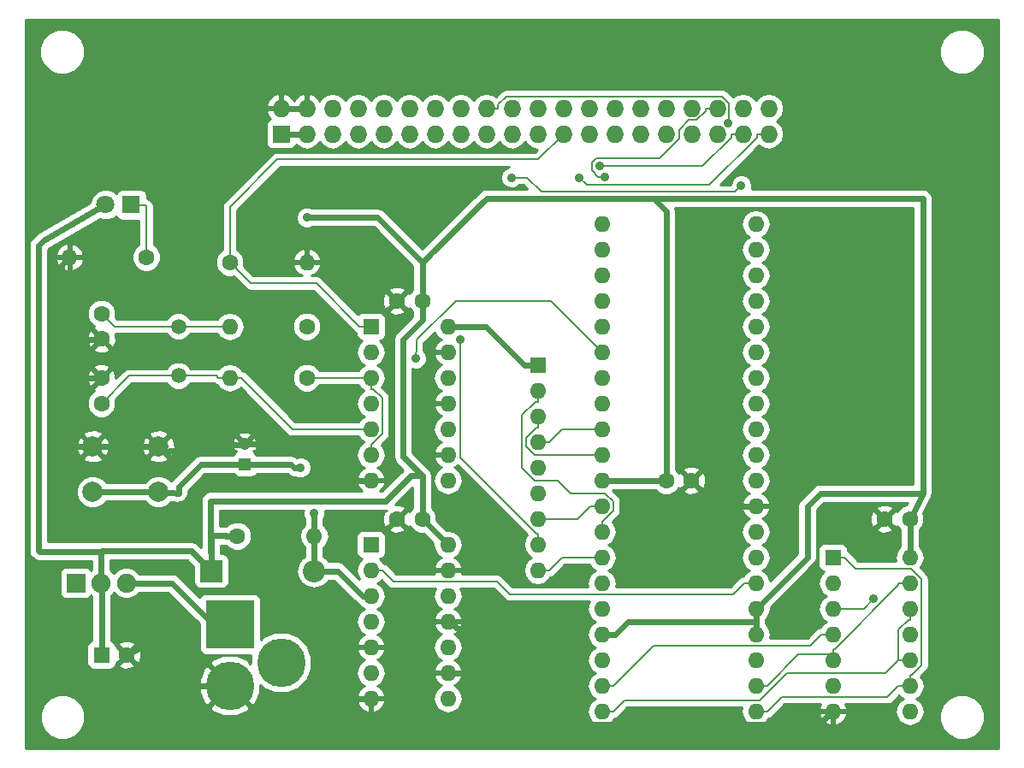
<source format=gtl>
G04 #@! TF.FileFunction,Copper,L1,Top,Signal*
%FSLAX46Y46*%
G04 Gerber Fmt 4.6, Leading zero omitted, Abs format (unit mm)*
G04 Created by KiCad (PCBNEW 4.0.7) date *
%MOMM*%
%LPD*%
G01*
G04 APERTURE LIST*
%ADD10C,0.100000*%
%ADD11C,1.600000*%
%ADD12R,1.200000X1.200000*%
%ADD13C,1.200000*%
%ADD14R,1.600000X1.600000*%
%ADD15R,2.200000X2.200000*%
%ADD16O,2.200000X2.200000*%
%ADD17R,1.727200X1.727200*%
%ADD18O,1.727200X1.727200*%
%ADD19C,4.800600*%
%ADD20R,4.800600X4.800600*%
%ADD21O,1.600000X1.600000*%
%ADD22R,1.900000X1.900000*%
%ADD23C,1.900000*%
%ADD24C,2.000000*%
%ADD25C,1.500000*%
%ADD26R,1.800000X1.800000*%
%ADD27C,1.800000*%
%ADD28C,0.889000*%
%ADD29C,0.609600*%
%ADD30C,0.203200*%
%ADD31C,0.254000*%
G04 APERTURE END LIST*
D10*
D11*
X129540000Y-104140000D03*
X132040000Y-104140000D03*
D12*
X87850000Y-102560000D03*
D13*
X87850000Y-100560000D03*
D11*
X105410000Y-86360000D03*
X102910000Y-86360000D03*
X153670000Y-107950000D03*
X151170000Y-107950000D03*
X105410000Y-107950000D03*
X102910000Y-107950000D03*
X73660000Y-87630000D03*
X73660000Y-90130000D03*
X73660000Y-96520000D03*
X73660000Y-94020000D03*
D14*
X73660000Y-121412000D03*
D11*
X76160000Y-121412000D03*
D15*
X84540000Y-113110000D03*
D16*
X94700000Y-113110000D03*
D17*
X91440000Y-69850000D03*
D18*
X91440000Y-67310000D03*
X93980000Y-69850000D03*
X93980000Y-67310000D03*
X96520000Y-69850000D03*
X96520000Y-67310000D03*
X99060000Y-69850000D03*
X99060000Y-67310000D03*
X101600000Y-69850000D03*
X101600000Y-67310000D03*
X104140000Y-69850000D03*
X104140000Y-67310000D03*
X106680000Y-69850000D03*
X106680000Y-67310000D03*
X109220000Y-69850000D03*
X109220000Y-67310000D03*
X111760000Y-69850000D03*
X111760000Y-67310000D03*
X114300000Y-69850000D03*
X114300000Y-67310000D03*
X116840000Y-69850000D03*
X116840000Y-67310000D03*
X119380000Y-69850000D03*
X119380000Y-67310000D03*
X121920000Y-69850000D03*
X121920000Y-67310000D03*
X124460000Y-69850000D03*
X124460000Y-67310000D03*
X127000000Y-69850000D03*
X127000000Y-67310000D03*
X129540000Y-69850000D03*
X129540000Y-67310000D03*
X132080000Y-69850000D03*
X132080000Y-67310000D03*
X134620000Y-69850000D03*
X134620000Y-67310000D03*
X137160000Y-69850000D03*
X137160000Y-67310000D03*
X139700000Y-69850000D03*
X139700000Y-67310000D03*
D19*
X86360000Y-124460000D03*
D20*
X86360000Y-118364000D03*
D19*
X91440000Y-122174000D03*
D11*
X86360000Y-82550000D03*
D21*
X93980000Y-82550000D03*
D11*
X87100000Y-109650000D03*
D21*
X94720000Y-109650000D03*
D11*
X93980000Y-88900000D03*
D21*
X86360000Y-88900000D03*
D11*
X93980000Y-93980000D03*
D21*
X86360000Y-93980000D03*
D14*
X116840000Y-92710000D03*
D21*
X116840000Y-95250000D03*
X116840000Y-97790000D03*
X116840000Y-100330000D03*
X116840000Y-102870000D03*
X116840000Y-105410000D03*
X116840000Y-107950000D03*
X116840000Y-110490000D03*
X116840000Y-113030000D03*
D22*
X71120000Y-114300000D03*
D23*
X73620000Y-114300000D03*
X76120000Y-114300000D03*
D24*
X72800000Y-105280000D03*
X72800000Y-100780000D03*
X79300000Y-105280000D03*
X79300000Y-100780000D03*
D21*
X123190000Y-78740000D03*
X123190000Y-81280000D03*
X123190000Y-83820000D03*
X123190000Y-86360000D03*
X123190000Y-88900000D03*
X123190000Y-91440000D03*
X123190000Y-93980000D03*
X123190000Y-96520000D03*
X123190000Y-99060000D03*
X123190000Y-101600000D03*
X123190000Y-104140000D03*
X123190000Y-106680000D03*
X123190000Y-109220000D03*
X123190000Y-111760000D03*
X123190000Y-114300000D03*
X123190000Y-116840000D03*
X123190000Y-119380000D03*
X123190000Y-121920000D03*
X123190000Y-124460000D03*
X123190000Y-127000000D03*
X138430000Y-127000000D03*
X138430000Y-124460000D03*
X138430000Y-121920000D03*
X138430000Y-119380000D03*
X138430000Y-116840000D03*
X138430000Y-114300000D03*
X138430000Y-111760000D03*
X138430000Y-109220000D03*
X138430000Y-106680000D03*
X138430000Y-104140000D03*
X138430000Y-101600000D03*
X138430000Y-99060000D03*
X138430000Y-96520000D03*
X138430000Y-93980000D03*
X138430000Y-91440000D03*
X138430000Y-88900000D03*
X138430000Y-86360000D03*
X138430000Y-83820000D03*
X138430000Y-81280000D03*
X138430000Y-78740000D03*
D14*
X100330000Y-110490000D03*
D21*
X107950000Y-125730000D03*
X100330000Y-113030000D03*
X107950000Y-123190000D03*
X100330000Y-115570000D03*
X107950000Y-120650000D03*
X100330000Y-118110000D03*
X107950000Y-118110000D03*
X100330000Y-120650000D03*
X107950000Y-115570000D03*
X100330000Y-123190000D03*
X107950000Y-113030000D03*
X100330000Y-125730000D03*
X107950000Y-110490000D03*
D14*
X100330000Y-88900000D03*
D21*
X107950000Y-104140000D03*
X100330000Y-91440000D03*
X107950000Y-101600000D03*
X100330000Y-93980000D03*
X107950000Y-99060000D03*
X100330000Y-96520000D03*
X107950000Y-96520000D03*
X100330000Y-99060000D03*
X107950000Y-93980000D03*
X100330000Y-101600000D03*
X107950000Y-91440000D03*
X100330000Y-104140000D03*
X107950000Y-88900000D03*
D14*
X146050000Y-111760000D03*
D21*
X153670000Y-127000000D03*
X146050000Y-114300000D03*
X153670000Y-124460000D03*
X146050000Y-116840000D03*
X153670000Y-121920000D03*
X146050000Y-119380000D03*
X153670000Y-119380000D03*
X146050000Y-121920000D03*
X153670000Y-116840000D03*
X146050000Y-124460000D03*
X153670000Y-114300000D03*
X146050000Y-127000000D03*
X153670000Y-111760000D03*
D25*
X81280000Y-88900000D03*
X81280000Y-93780000D03*
D26*
X76620000Y-76850000D03*
D27*
X74080000Y-76850000D03*
D11*
X78110000Y-82060000D03*
D21*
X70490000Y-82060000D03*
D28*
X94000000Y-78120000D03*
X94720000Y-107420000D03*
X93345000Y-102870000D03*
X104775000Y-92075000D03*
X109162000Y-90170000D03*
X150097000Y-115876000D03*
X135700000Y-68769700D03*
X114270000Y-74160000D03*
X136986000Y-74966700D03*
X123458000Y-74088300D03*
X122938000Y-73055300D03*
X120904000Y-74168000D03*
D29*
X94000000Y-78120000D02*
X100980000Y-78120000D01*
X100980000Y-78120000D02*
X105410000Y-82550000D01*
X67410000Y-80900000D02*
X67950000Y-80360000D01*
X67950000Y-80360000D02*
X74080000Y-76850000D01*
X67485000Y-111165000D02*
X67410000Y-111090000D01*
X67410000Y-111090000D02*
X67410000Y-80900000D01*
X73620000Y-111165000D02*
X67485000Y-111165000D01*
X84430000Y-108090000D02*
X84463636Y-109625000D01*
X84463636Y-109625000D02*
X84540000Y-113110000D01*
X87100000Y-109650000D02*
X85968630Y-109650000D01*
X85968630Y-109650000D02*
X85943630Y-109625000D01*
X85943630Y-109625000D02*
X84463636Y-109625000D01*
X105410000Y-86360000D02*
X105410000Y-88265000D01*
X103505000Y-101787000D02*
X105410000Y-103692000D01*
X103505000Y-90170000D02*
X103505000Y-101787000D01*
X105410000Y-88265000D02*
X103505000Y-90170000D01*
X73620000Y-114300000D02*
X73620000Y-111165000D01*
X82555000Y-111125000D02*
X84540000Y-113110000D01*
X73660000Y-111125000D02*
X82555000Y-111125000D01*
X73620000Y-111165000D02*
X73660000Y-111125000D01*
X84540000Y-109500000D02*
X84540000Y-113110000D01*
X73660000Y-114340000D02*
X73620000Y-114300000D01*
X73660000Y-121412000D02*
X73660000Y-114340000D01*
X129540000Y-104140000D02*
X123190000Y-104140000D01*
X143510000Y-111760000D02*
X138430000Y-116840000D01*
X143510000Y-106680000D02*
X143510000Y-111760000D01*
X144780000Y-105410000D02*
X143510000Y-106680000D01*
X154940000Y-105410000D02*
X144780000Y-105410000D01*
X153670000Y-107950000D02*
X153670000Y-111760000D01*
X129540000Y-77470000D02*
X128270000Y-76200000D01*
X129540000Y-104140000D02*
X129540000Y-77470000D01*
X154940000Y-76200000D02*
X154940000Y-105410000D01*
X128270000Y-76200000D02*
X154940000Y-76200000D01*
X154940000Y-105410000D02*
X153670000Y-107950000D01*
X105410000Y-107950000D02*
X107950000Y-110490000D01*
X93980000Y-69850000D02*
X91440000Y-69850000D01*
X105410000Y-103692000D02*
X105410000Y-107950000D01*
X84430000Y-106170000D02*
X84430000Y-108090000D01*
X105410000Y-103692000D02*
X104273000Y-103692000D01*
X104273000Y-103692000D02*
X101794418Y-106170000D01*
X101794418Y-106170000D02*
X84430000Y-106170000D01*
X111722000Y-88900000D02*
X107950000Y-88900000D01*
X115532000Y-92710000D02*
X111722000Y-88900000D01*
X116840000Y-92710000D02*
X115532000Y-92710000D01*
X111760000Y-76200000D02*
X106224000Y-81735500D01*
X128270000Y-76200000D02*
X111760000Y-76200000D01*
X105410000Y-82550000D02*
X105410000Y-86360000D01*
X106224000Y-81735500D02*
X105410000Y-82550000D01*
X94339000Y-69850000D02*
X93980000Y-69850000D01*
X125768000Y-118110000D02*
X138430000Y-118110000D01*
X124498000Y-119380000D02*
X125768000Y-118110000D01*
X123190000Y-119380000D02*
X124498000Y-119380000D01*
X138430000Y-116840000D02*
X138430000Y-118110000D01*
X138430000Y-118110000D02*
X138430000Y-119380000D01*
X69740000Y-93040000D02*
X69740000Y-82810000D01*
X69740000Y-100530000D02*
X69990000Y-100780000D01*
X72800000Y-100780000D02*
X69990000Y-100780000D01*
X69740000Y-93040000D02*
X69740000Y-100530000D01*
X69740000Y-82810000D02*
X70490000Y-82060000D01*
X87850000Y-100560000D02*
X79840000Y-101320000D01*
X87850000Y-100560000D02*
X93575000Y-100560000D01*
X97155000Y-104140000D02*
X100330000Y-104140000D01*
X93575000Y-100560000D02*
X97155000Y-104140000D01*
X77470000Y-120650000D02*
X76160000Y-121412000D01*
X81280000Y-124460000D02*
X77470000Y-120650000D01*
X86360000Y-124460000D02*
X81280000Y-124460000D01*
X99060000Y-125730000D02*
X100330000Y-125730000D01*
X97790000Y-127000000D02*
X99060000Y-125730000D01*
X88900000Y-127000000D02*
X97790000Y-127000000D01*
X86360000Y-124460000D02*
X88900000Y-127000000D01*
X73620000Y-90170000D02*
X73660000Y-90130000D01*
X72390000Y-90170000D02*
X73620000Y-90170000D01*
X69850000Y-92710000D02*
X72390000Y-90170000D01*
X71160000Y-94020000D02*
X73660000Y-94020000D01*
X69850000Y-92710000D02*
X71160000Y-94020000D01*
X79300000Y-100780000D02*
X72800000Y-100780000D01*
X79840000Y-101320000D02*
X79300000Y-100780000D01*
X134580000Y-106680000D02*
X132040000Y-104140000D01*
X138430000Y-106680000D02*
X134580000Y-106680000D01*
X93980000Y-67310000D02*
X91440000Y-67310000D01*
X114387000Y-128319000D02*
X109766000Y-123190000D01*
X144693000Y-128319000D02*
X114387000Y-128319000D01*
X146012000Y-127000000D02*
X144693000Y-128319000D01*
X146050000Y-127000000D02*
X146012000Y-127000000D01*
X107950000Y-123190000D02*
X109766000Y-123190000D01*
X109766000Y-119418000D02*
X107950000Y-118110000D01*
X109766000Y-123190000D02*
X109766000Y-119418000D01*
X94700000Y-113110000D02*
X97075000Y-113110000D01*
X97075000Y-113110000D02*
X99535000Y-115570000D01*
X99535000Y-115570000D02*
X100330000Y-115570000D01*
X87850000Y-102560000D02*
X83495000Y-102560000D01*
X81280000Y-105410000D02*
X79730000Y-105280000D01*
X81280000Y-104775000D02*
X81280000Y-105410000D01*
X83495000Y-102560000D02*
X81280000Y-104775000D01*
X94720000Y-109650000D02*
X94720000Y-107420000D01*
X92400000Y-102560000D02*
X87850000Y-102560000D01*
X92710000Y-102870000D02*
X92400000Y-102560000D01*
X93345000Y-102870000D02*
X92710000Y-102870000D01*
X94700000Y-113110000D02*
X94700000Y-109670000D01*
X94700000Y-109670000D02*
X94720000Y-109650000D01*
X79730000Y-105280000D02*
X79300000Y-105280000D01*
X79300000Y-105280000D02*
X72800000Y-105280000D01*
D30*
X86360000Y-88900000D02*
X81280000Y-88900000D01*
X74930000Y-88900000D02*
X73660000Y-87630000D01*
X81280000Y-88900000D02*
X74930000Y-88900000D01*
X92545100Y-99060000D02*
X100330000Y-99060000D01*
X87465100Y-93980000D02*
X92545100Y-99060000D01*
X86360000Y-93980000D02*
X87465100Y-93980000D01*
X85054900Y-93780000D02*
X81280000Y-93780000D01*
X85254900Y-93980000D02*
X85054900Y-93780000D01*
X86360000Y-93980000D02*
X85254900Y-93980000D01*
X76400000Y-93780000D02*
X73660000Y-96520000D01*
X81280000Y-93780000D02*
X76400000Y-93780000D01*
X108712000Y-86360000D02*
X118110000Y-86360000D01*
X118110000Y-86360000D02*
X123190000Y-91440000D01*
X104838499Y-90233501D02*
X108712000Y-86360000D01*
X104775000Y-92075000D02*
X104838499Y-90995501D01*
X104838499Y-90995501D02*
X104838499Y-90233501D01*
X119215000Y-111760000D02*
X123190000Y-111760000D01*
X117945000Y-113030000D02*
X119215000Y-111760000D01*
X116840000Y-113030000D02*
X117945000Y-113030000D01*
X109162000Y-101846000D02*
X109162000Y-90170000D01*
X116702000Y-109385000D02*
X109162000Y-101846000D01*
X116840000Y-109385000D02*
X116702000Y-109385000D01*
X116840000Y-110490000D02*
X116840000Y-109385000D01*
X122085000Y-106680000D02*
X123190000Y-106680000D01*
X120815000Y-107950000D02*
X122085000Y-106680000D01*
X116840000Y-107950000D02*
X120815000Y-107950000D01*
X119215000Y-99060000D02*
X123190000Y-99060000D01*
X117945000Y-100330000D02*
X119215000Y-99060000D01*
X116840000Y-100330000D02*
X117945000Y-100330000D01*
X116540000Y-101600000D02*
X123190000Y-101600000D01*
X115694000Y-100754000D02*
X116540000Y-101600000D01*
X115694000Y-99903100D02*
X115694000Y-100754000D01*
X116702000Y-98895100D02*
X115694000Y-99903100D01*
X116840000Y-98895100D02*
X116702000Y-98895100D01*
X116840000Y-97790000D02*
X116840000Y-98895100D01*
X123190000Y-108115000D02*
X123190000Y-109220000D01*
X123328000Y-108115000D02*
X123190000Y-108115000D01*
X124295000Y-107148000D02*
X123328000Y-108115000D01*
X124295000Y-106188000D02*
X124295000Y-107148000D01*
X123518000Y-105410000D02*
X124295000Y-106188000D01*
X120078000Y-105410000D02*
X123518000Y-105410000D01*
X118808000Y-104140000D02*
X120078000Y-105410000D01*
X116522000Y-104140000D02*
X118808000Y-104140000D01*
X115287000Y-102905000D02*
X116522000Y-104140000D01*
X115287000Y-97679000D02*
X115287000Y-102905000D01*
X116611000Y-96355100D02*
X115287000Y-97679000D01*
X116840000Y-96355100D02*
X116611000Y-96355100D01*
X116840000Y-95250000D02*
X116840000Y-96355100D01*
X149132000Y-116840000D02*
X150097000Y-115876000D01*
X146050000Y-116840000D02*
X149132000Y-116840000D01*
X135795000Y-68674900D02*
X135700000Y-68769700D01*
X135795000Y-66808400D02*
X135795000Y-68674900D01*
X135111000Y-66124700D02*
X135795000Y-66808400D01*
X113751000Y-66124700D02*
X135111000Y-66124700D01*
X112929000Y-66946800D02*
X113751000Y-66124700D01*
X112929000Y-67310000D02*
X112929000Y-66946800D01*
X111760000Y-67310000D02*
X112929000Y-67310000D01*
X114270000Y-74160000D02*
X115750000Y-74160000D01*
X136362302Y-75590398D02*
X136986000Y-74966700D01*
X117180398Y-75590398D02*
X136362302Y-75590398D01*
X115750000Y-74160000D02*
X117180398Y-75590398D01*
X136640000Y-75312900D02*
X136986000Y-74966700D01*
X86360000Y-82550000D02*
X86360000Y-77110000D01*
X116850000Y-72380000D02*
X119380000Y-69850000D01*
X91090000Y-72380000D02*
X116850000Y-72380000D01*
X86360000Y-77110000D02*
X91090000Y-72380000D01*
X88417300Y-84607300D02*
X86360000Y-82550000D01*
X94932200Y-84607300D02*
X88417300Y-84607300D01*
X99224900Y-88900000D02*
X94932200Y-84607300D01*
X100330000Y-88900000D02*
X99224900Y-88900000D01*
X122846000Y-74088300D02*
X123458000Y-74088300D01*
X122175000Y-73417500D02*
X122846000Y-74088300D01*
X122175000Y-72706300D02*
X122175000Y-73417500D01*
X122655000Y-72226000D02*
X122175000Y-72706300D01*
X128907000Y-72226000D02*
X122655000Y-72226000D01*
X130810000Y-70322600D02*
X128907000Y-72226000D01*
X130810000Y-69427300D02*
X130810000Y-70322600D01*
X131759000Y-68478700D02*
X130810000Y-69427300D01*
X132575000Y-68478700D02*
X131759000Y-68478700D01*
X133451000Y-67602300D02*
X132575000Y-68478700D01*
X133451000Y-67310000D02*
X133451000Y-67602300D01*
X134620000Y-67310000D02*
X133451000Y-67310000D01*
X133149000Y-73055300D02*
X122938000Y-73055300D01*
X135991000Y-70213200D02*
X133149000Y-73055300D01*
X135991000Y-69850000D02*
X135991000Y-70213200D01*
X137160000Y-69850000D02*
X135991000Y-69850000D01*
X121713000Y-74894900D02*
X120904000Y-74168000D01*
X133850000Y-74894900D02*
X121713000Y-74894900D01*
X138531000Y-70213200D02*
X133850000Y-74894900D01*
X138531000Y-69850000D02*
X138531000Y-70213200D01*
X139700000Y-69850000D02*
X138531000Y-69850000D01*
D29*
X84709000Y-118364000D02*
X86360000Y-118364000D01*
X80645000Y-114300000D02*
X84709000Y-118364000D01*
X76120000Y-114300000D02*
X80645000Y-114300000D01*
D30*
X100330000Y-93980000D02*
X93980000Y-93980000D01*
X100330000Y-100495000D02*
X100330000Y-101600000D01*
X100468000Y-100495000D02*
X100330000Y-100495000D01*
X101437000Y-99525800D02*
X100468000Y-100495000D01*
X101437000Y-95963300D02*
X101437000Y-99525800D01*
X100559000Y-95085100D02*
X101437000Y-95963300D01*
X100330000Y-95085100D02*
X100559000Y-95085100D01*
X100330000Y-93980000D02*
X100330000Y-95085100D01*
X144945000Y-119380000D02*
X146050000Y-119380000D01*
X143840000Y-120485000D02*
X144945000Y-119380000D01*
X128270000Y-120485000D02*
X143840000Y-120485000D01*
X124295000Y-124460000D02*
X128270000Y-120485000D01*
X123190000Y-124460000D02*
X124295000Y-124460000D01*
X151295000Y-123190000D02*
X152565000Y-121920000D01*
X141504000Y-123190000D02*
X151295000Y-123190000D01*
X138799000Y-125895000D02*
X141504000Y-123190000D01*
X125400000Y-125895000D02*
X138799000Y-125895000D01*
X124295000Y-127000000D02*
X125400000Y-125895000D01*
X123190000Y-127000000D02*
X124295000Y-127000000D01*
X153670000Y-121920000D02*
X152565000Y-121920000D01*
X152565000Y-118912000D02*
X152565000Y-121920000D01*
X153532000Y-117945000D02*
X152565000Y-118912000D01*
X153670000Y-117945000D02*
X153532000Y-117945000D01*
X153670000Y-116840000D02*
X153670000Y-117945000D01*
X152565000Y-124460000D02*
X153670000Y-124460000D01*
X151460000Y-125565000D02*
X152565000Y-124460000D01*
X140970000Y-125565000D02*
X151460000Y-125565000D01*
X139535000Y-127000000D02*
X140970000Y-125565000D01*
X138430000Y-127000000D02*
X139535000Y-127000000D01*
X147155000Y-111760000D02*
X146050000Y-111760000D01*
X148260000Y-112865000D02*
X147155000Y-111760000D01*
X153800000Y-112865000D02*
X148260000Y-112865000D01*
X154820000Y-113884000D02*
X153800000Y-112865000D01*
X154820000Y-122434000D02*
X154820000Y-113884000D01*
X153899000Y-123355000D02*
X154820000Y-122434000D01*
X153670000Y-123355000D02*
X153899000Y-123355000D01*
X153670000Y-124460000D02*
X153670000Y-123355000D01*
X146050000Y-120815000D02*
X146050000Y-121367000D01*
X146279000Y-120815000D02*
X146050000Y-120815000D01*
X152565000Y-114529000D02*
X146279000Y-120815000D01*
X152565000Y-114300000D02*
X152565000Y-114529000D01*
X153670000Y-114300000D02*
X152565000Y-114300000D01*
X142628000Y-121367000D02*
X146050000Y-121367000D01*
X139535000Y-124460000D02*
X142628000Y-121367000D01*
X138430000Y-124460000D02*
X139535000Y-124460000D01*
X146050000Y-121920000D02*
X146050000Y-121367000D01*
X101435000Y-113030000D02*
X100330000Y-113030000D01*
X102540000Y-114135000D02*
X101435000Y-113030000D01*
X112799000Y-114135000D02*
X102540000Y-114135000D01*
X114075000Y-115411000D02*
X112799000Y-114135000D01*
X136214000Y-115411000D02*
X114075000Y-115411000D01*
X137325000Y-114300000D02*
X136214000Y-115411000D01*
X138430000Y-114300000D02*
X137325000Y-114300000D01*
X76620000Y-76850000D02*
X77980000Y-76900000D01*
X78110000Y-77030000D02*
X78110000Y-82060000D01*
X77980000Y-76900000D02*
X78110000Y-77030000D01*
X76750000Y-76720000D02*
X76620000Y-76850000D01*
D31*
G36*
X162433000Y-130683000D02*
X66167000Y-130683000D01*
X66167000Y-128017619D01*
X67564613Y-128017619D01*
X67904155Y-128839372D01*
X68532321Y-129468636D01*
X69353481Y-129809611D01*
X70242619Y-129810387D01*
X71064372Y-129470845D01*
X71693636Y-128842679D01*
X72034611Y-128021519D01*
X72035387Y-127132381D01*
X71825302Y-126623936D01*
X84375670Y-126623936D01*
X84645221Y-127036257D01*
X85761642Y-127496369D01*
X86969157Y-127494221D01*
X88074779Y-127036257D01*
X88344330Y-126623936D01*
X86360000Y-124639605D01*
X84375670Y-126623936D01*
X71825302Y-126623936D01*
X71695845Y-126310628D01*
X71067679Y-125681364D01*
X70246519Y-125340389D01*
X69357381Y-125339613D01*
X68535628Y-125679155D01*
X67906364Y-126307321D01*
X67565389Y-127128481D01*
X67564613Y-128017619D01*
X66167000Y-128017619D01*
X66167000Y-123861642D01*
X83323631Y-123861642D01*
X83325779Y-125069157D01*
X83783743Y-126174779D01*
X84196064Y-126444330D01*
X86180395Y-124460000D01*
X84196064Y-122475670D01*
X83783743Y-122745221D01*
X83323631Y-123861642D01*
X66167000Y-123861642D01*
X66167000Y-80900000D01*
X66470200Y-80900000D01*
X66470200Y-111090000D01*
X66541738Y-111449646D01*
X66745461Y-111754539D01*
X66820461Y-111829539D01*
X67125354Y-112033262D01*
X67485000Y-112104800D01*
X72680200Y-112104800D01*
X72680200Y-112998587D01*
X72630428Y-113048272D01*
X72534090Y-112898559D01*
X72321890Y-112753569D01*
X72070000Y-112702560D01*
X70170000Y-112702560D01*
X69934683Y-112746838D01*
X69718559Y-112885910D01*
X69573569Y-113098110D01*
X69522560Y-113350000D01*
X69522560Y-115250000D01*
X69566838Y-115485317D01*
X69705910Y-115701441D01*
X69918110Y-115846431D01*
X70170000Y-115897440D01*
X72070000Y-115897440D01*
X72305317Y-115853162D01*
X72521441Y-115714090D01*
X72631400Y-115553160D01*
X72720200Y-115642116D01*
X72720200Y-119990865D01*
X72624683Y-120008838D01*
X72408559Y-120147910D01*
X72263569Y-120360110D01*
X72212560Y-120612000D01*
X72212560Y-122212000D01*
X72256838Y-122447317D01*
X72395910Y-122663441D01*
X72608110Y-122808431D01*
X72860000Y-122859440D01*
X74460000Y-122859440D01*
X74695317Y-122815162D01*
X74911441Y-122676090D01*
X75056431Y-122463890D01*
X75065370Y-122419745D01*
X75331861Y-122419745D01*
X75405995Y-122665864D01*
X75943223Y-122858965D01*
X76513454Y-122831778D01*
X76914005Y-122665864D01*
X76988139Y-122419745D01*
X76160000Y-121591605D01*
X75331861Y-122419745D01*
X75065370Y-122419745D01*
X75104646Y-122225799D01*
X75152255Y-122240139D01*
X75980395Y-121412000D01*
X76339605Y-121412000D01*
X77167745Y-122240139D01*
X77413864Y-122166005D01*
X77606965Y-121628777D01*
X77579778Y-121058546D01*
X77413864Y-120657995D01*
X77167745Y-120583861D01*
X76339605Y-121412000D01*
X75980395Y-121412000D01*
X75152255Y-120583861D01*
X75104833Y-120598145D01*
X75068351Y-120404255D01*
X75331861Y-120404255D01*
X76160000Y-121232395D01*
X76988139Y-120404255D01*
X76914005Y-120158136D01*
X76376777Y-119965035D01*
X75806546Y-119992222D01*
X75405995Y-120158136D01*
X75331861Y-120404255D01*
X75068351Y-120404255D01*
X75063162Y-120376683D01*
X74924090Y-120160559D01*
X74711890Y-120015569D01*
X74599800Y-119992870D01*
X74599800Y-115561483D01*
X74870226Y-115291529D01*
X75220997Y-115642914D01*
X75803341Y-115884724D01*
X76433893Y-115885275D01*
X77016657Y-115644481D01*
X77422046Y-115239800D01*
X80255722Y-115239800D01*
X83312260Y-118296338D01*
X83312260Y-120764300D01*
X83356538Y-120999617D01*
X83495610Y-121215741D01*
X83707810Y-121360731D01*
X83959700Y-121411740D01*
X88469944Y-121411740D01*
X88405228Y-121567593D01*
X88404645Y-122235747D01*
X88344329Y-122296063D01*
X88074779Y-121883743D01*
X86958358Y-121423631D01*
X85750843Y-121425779D01*
X84645221Y-121883743D01*
X84375670Y-122296064D01*
X86360000Y-124280395D01*
X86374142Y-124266252D01*
X86553748Y-124445858D01*
X86539605Y-124460000D01*
X88523936Y-126444330D01*
X88936257Y-126174779D01*
X88975714Y-126079039D01*
X98938096Y-126079039D01*
X99098959Y-126467423D01*
X99474866Y-126882389D01*
X99980959Y-127121914D01*
X100203000Y-127000629D01*
X100203000Y-125857000D01*
X100457000Y-125857000D01*
X100457000Y-127000629D01*
X100679041Y-127121914D01*
X101185134Y-126882389D01*
X101561041Y-126467423D01*
X101721904Y-126079039D01*
X101599915Y-125857000D01*
X100457000Y-125857000D01*
X100203000Y-125857000D01*
X99060085Y-125857000D01*
X98938096Y-126079039D01*
X88975714Y-126079039D01*
X89119564Y-125730000D01*
X106486887Y-125730000D01*
X106596120Y-126279151D01*
X106907189Y-126744698D01*
X107372736Y-127055767D01*
X107921887Y-127165000D01*
X107978113Y-127165000D01*
X108527264Y-127055767D01*
X108992811Y-126744698D01*
X109303880Y-126279151D01*
X109413113Y-125730000D01*
X109303880Y-125180849D01*
X108992811Y-124715302D01*
X108588297Y-124445014D01*
X108805134Y-124342389D01*
X109181041Y-123927423D01*
X109341904Y-123539039D01*
X109219915Y-123317000D01*
X108077000Y-123317000D01*
X108077000Y-123337000D01*
X107823000Y-123337000D01*
X107823000Y-123317000D01*
X106680085Y-123317000D01*
X106558096Y-123539039D01*
X106718959Y-123927423D01*
X107094866Y-124342389D01*
X107311703Y-124445014D01*
X106907189Y-124715302D01*
X106596120Y-125180849D01*
X106486887Y-125730000D01*
X89119564Y-125730000D01*
X89396369Y-125058358D01*
X89395237Y-124421978D01*
X89718396Y-124745702D01*
X90833593Y-125208772D01*
X92041110Y-125209826D01*
X93157113Y-124748702D01*
X94011702Y-123895604D01*
X94304694Y-123190000D01*
X98866887Y-123190000D01*
X98976120Y-123739151D01*
X99287189Y-124204698D01*
X99691703Y-124474986D01*
X99474866Y-124577611D01*
X99098959Y-124992577D01*
X98938096Y-125380961D01*
X99060085Y-125603000D01*
X100203000Y-125603000D01*
X100203000Y-125583000D01*
X100457000Y-125583000D01*
X100457000Y-125603000D01*
X101599915Y-125603000D01*
X101721904Y-125380961D01*
X101561041Y-124992577D01*
X101185134Y-124577611D01*
X100968297Y-124474986D01*
X101372811Y-124204698D01*
X101683880Y-123739151D01*
X101793113Y-123190000D01*
X101683880Y-122640849D01*
X101372811Y-122175302D01*
X100968297Y-121905014D01*
X101185134Y-121802389D01*
X101561041Y-121387423D01*
X101721904Y-120999039D01*
X101599915Y-120777000D01*
X100457000Y-120777000D01*
X100457000Y-120797000D01*
X100203000Y-120797000D01*
X100203000Y-120777000D01*
X99060085Y-120777000D01*
X98938096Y-120999039D01*
X99098959Y-121387423D01*
X99474866Y-121802389D01*
X99691703Y-121905014D01*
X99287189Y-122175302D01*
X98976120Y-122640849D01*
X98866887Y-123190000D01*
X94304694Y-123190000D01*
X94474772Y-122780407D01*
X94475826Y-121572890D01*
X94094495Y-120650000D01*
X106486887Y-120650000D01*
X106596120Y-121199151D01*
X106907189Y-121664698D01*
X107311703Y-121934986D01*
X107094866Y-122037611D01*
X106718959Y-122452577D01*
X106558096Y-122840961D01*
X106680085Y-123063000D01*
X107823000Y-123063000D01*
X107823000Y-123043000D01*
X108077000Y-123043000D01*
X108077000Y-123063000D01*
X109219915Y-123063000D01*
X109341904Y-122840961D01*
X109181041Y-122452577D01*
X108805134Y-122037611D01*
X108588297Y-121934986D01*
X108992811Y-121664698D01*
X109303880Y-121199151D01*
X109413113Y-120650000D01*
X109303880Y-120100849D01*
X108992811Y-119635302D01*
X108588297Y-119365014D01*
X108805134Y-119262389D01*
X109181041Y-118847423D01*
X109341904Y-118459039D01*
X109219915Y-118237000D01*
X108077000Y-118237000D01*
X108077000Y-118257000D01*
X107823000Y-118257000D01*
X107823000Y-118237000D01*
X106680085Y-118237000D01*
X106558096Y-118459039D01*
X106718959Y-118847423D01*
X107094866Y-119262389D01*
X107311703Y-119365014D01*
X106907189Y-119635302D01*
X106596120Y-120100849D01*
X106486887Y-120650000D01*
X94094495Y-120650000D01*
X94014702Y-120456887D01*
X93161604Y-119602298D01*
X92046407Y-119139228D01*
X90838890Y-119138174D01*
X89722887Y-119599298D01*
X89407740Y-119913895D01*
X89407740Y-115963700D01*
X89363462Y-115728383D01*
X89224390Y-115512259D01*
X89012190Y-115367269D01*
X88760300Y-115316260D01*
X83959700Y-115316260D01*
X83724383Y-115360538D01*
X83508259Y-115499610D01*
X83372450Y-115698372D01*
X81309539Y-113635461D01*
X81004646Y-113431738D01*
X80645000Y-113360200D01*
X77421413Y-113360200D01*
X77019003Y-112957086D01*
X76436659Y-112715276D01*
X75806107Y-112714725D01*
X75223343Y-112955519D01*
X74869774Y-113308471D01*
X74559800Y-112997954D01*
X74559800Y-112064800D01*
X82165722Y-112064800D01*
X82792560Y-112691638D01*
X82792560Y-114210000D01*
X82836838Y-114445317D01*
X82975910Y-114661441D01*
X83188110Y-114806431D01*
X83440000Y-114857440D01*
X85640000Y-114857440D01*
X85875317Y-114813162D01*
X86091441Y-114674090D01*
X86236431Y-114461890D01*
X86287440Y-114210000D01*
X86287440Y-112010000D01*
X86243162Y-111774683D01*
X86104090Y-111558559D01*
X85891890Y-111413569D01*
X85640000Y-111362560D01*
X85479800Y-111362560D01*
X85479800Y-110564800D01*
X85842946Y-110564800D01*
X85968630Y-110589800D01*
X86010534Y-110589800D01*
X86286077Y-110865824D01*
X86813309Y-111084750D01*
X87384187Y-111085248D01*
X87911800Y-110867243D01*
X88315824Y-110463923D01*
X88534750Y-109936691D01*
X88535248Y-109365813D01*
X88317243Y-108838200D01*
X87913923Y-108434176D01*
X87386691Y-108215250D01*
X86815813Y-108214752D01*
X86288200Y-108432757D01*
X86020082Y-108700407D01*
X85943630Y-108685200D01*
X85383068Y-108685200D01*
X85369800Y-108079725D01*
X85369800Y-107109800D01*
X93679940Y-107109800D01*
X93640687Y-107204332D01*
X93640313Y-107633784D01*
X93780200Y-107972336D01*
X93780200Y-108566472D01*
X93677189Y-108635302D01*
X93366120Y-109100849D01*
X93256887Y-109650000D01*
X93366120Y-110199151D01*
X93677189Y-110664698D01*
X93760200Y-110720164D01*
X93760200Y-111668670D01*
X93439179Y-111883170D01*
X93063078Y-112446044D01*
X92931009Y-113110000D01*
X93063078Y-113773956D01*
X93439179Y-114336830D01*
X94002053Y-114712931D01*
X94666009Y-114845000D01*
X94733991Y-114845000D01*
X95397947Y-114712931D01*
X95960821Y-114336830D01*
X96152609Y-114049800D01*
X96685722Y-114049800D01*
X98870461Y-116234539D01*
X99175354Y-116438262D01*
X99191488Y-116441471D01*
X99287189Y-116584698D01*
X99669275Y-116840000D01*
X99287189Y-117095302D01*
X98976120Y-117560849D01*
X98866887Y-118110000D01*
X98976120Y-118659151D01*
X99287189Y-119124698D01*
X99691703Y-119394986D01*
X99474866Y-119497611D01*
X99098959Y-119912577D01*
X98938096Y-120300961D01*
X99060085Y-120523000D01*
X100203000Y-120523000D01*
X100203000Y-120503000D01*
X100457000Y-120503000D01*
X100457000Y-120523000D01*
X101599915Y-120523000D01*
X101721904Y-120300961D01*
X101561041Y-119912577D01*
X101185134Y-119497611D01*
X100968297Y-119394986D01*
X101372811Y-119124698D01*
X101683880Y-118659151D01*
X101793113Y-118110000D01*
X101683880Y-117560849D01*
X101372811Y-117095302D01*
X100990725Y-116840000D01*
X101372811Y-116584698D01*
X101683880Y-116119151D01*
X101793113Y-115570000D01*
X101683880Y-115020849D01*
X101372811Y-114555302D01*
X100990725Y-114300000D01*
X101372811Y-114044698D01*
X101386901Y-114023611D01*
X102019145Y-114655855D01*
X102258115Y-114815530D01*
X102540000Y-114871600D01*
X106695845Y-114871600D01*
X106596120Y-115020849D01*
X106486887Y-115570000D01*
X106596120Y-116119151D01*
X106907189Y-116584698D01*
X107311703Y-116854986D01*
X107094866Y-116957611D01*
X106718959Y-117372577D01*
X106558096Y-117760961D01*
X106680085Y-117983000D01*
X107823000Y-117983000D01*
X107823000Y-117963000D01*
X108077000Y-117963000D01*
X108077000Y-117983000D01*
X109219915Y-117983000D01*
X109341904Y-117760961D01*
X109181041Y-117372577D01*
X108805134Y-116957611D01*
X108588297Y-116854986D01*
X108992811Y-116584698D01*
X109303880Y-116119151D01*
X109413113Y-115570000D01*
X109303880Y-115020849D01*
X109204155Y-114871600D01*
X112493890Y-114871600D01*
X113554145Y-115931855D01*
X113793116Y-116091531D01*
X114075000Y-116147601D01*
X114075005Y-116147600D01*
X121931836Y-116147600D01*
X121836120Y-116290849D01*
X121726887Y-116840000D01*
X121836120Y-117389151D01*
X122147189Y-117854698D01*
X122529275Y-118110000D01*
X122147189Y-118365302D01*
X121836120Y-118830849D01*
X121726887Y-119380000D01*
X121836120Y-119929151D01*
X122147189Y-120394698D01*
X122529275Y-120650000D01*
X122147189Y-120905302D01*
X121836120Y-121370849D01*
X121726887Y-121920000D01*
X121836120Y-122469151D01*
X122147189Y-122934698D01*
X122529275Y-123190000D01*
X122147189Y-123445302D01*
X121836120Y-123910849D01*
X121726887Y-124460000D01*
X121836120Y-125009151D01*
X122147189Y-125474698D01*
X122529275Y-125730000D01*
X122147189Y-125985302D01*
X121836120Y-126450849D01*
X121726887Y-127000000D01*
X121836120Y-127549151D01*
X122147189Y-128014698D01*
X122612736Y-128325767D01*
X123161887Y-128435000D01*
X123218113Y-128435000D01*
X123767264Y-128325767D01*
X124232811Y-128014698D01*
X124437581Y-127708239D01*
X124576885Y-127680530D01*
X124815855Y-127520855D01*
X125705110Y-126631600D01*
X137040166Y-126631600D01*
X136966887Y-127000000D01*
X137076120Y-127549151D01*
X137387189Y-128014698D01*
X137852736Y-128325767D01*
X138401887Y-128435000D01*
X138458113Y-128435000D01*
X139007264Y-128325767D01*
X139472811Y-128014698D01*
X139677581Y-127708239D01*
X139816885Y-127680530D01*
X140055855Y-127520855D01*
X140227671Y-127349039D01*
X144658096Y-127349039D01*
X144818959Y-127737423D01*
X145194866Y-128152389D01*
X145700959Y-128391914D01*
X145923000Y-128270629D01*
X145923000Y-127127000D01*
X146177000Y-127127000D01*
X146177000Y-128270629D01*
X146399041Y-128391914D01*
X146905134Y-128152389D01*
X147281041Y-127737423D01*
X147441904Y-127349039D01*
X147319915Y-127127000D01*
X146177000Y-127127000D01*
X145923000Y-127127000D01*
X144780085Y-127127000D01*
X144658096Y-127349039D01*
X140227671Y-127349039D01*
X141275110Y-126301600D01*
X144802796Y-126301600D01*
X144658096Y-126650961D01*
X144780085Y-126873000D01*
X145923000Y-126873000D01*
X145923000Y-126853000D01*
X146177000Y-126853000D01*
X146177000Y-126873000D01*
X147319915Y-126873000D01*
X147441904Y-126650961D01*
X147297204Y-126301600D01*
X151460000Y-126301600D01*
X151741885Y-126245530D01*
X151980855Y-126085855D01*
X152613099Y-125453611D01*
X152627189Y-125474698D01*
X153009275Y-125730000D01*
X152627189Y-125985302D01*
X152316120Y-126450849D01*
X152206887Y-127000000D01*
X152316120Y-127549151D01*
X152627189Y-128014698D01*
X153092736Y-128325767D01*
X153641887Y-128435000D01*
X153698113Y-128435000D01*
X154247264Y-128325767D01*
X154712811Y-128014698D01*
X154727563Y-127992619D01*
X156614613Y-127992619D01*
X156954155Y-128814372D01*
X157582321Y-129443636D01*
X158403481Y-129784611D01*
X159292619Y-129785387D01*
X160114372Y-129445845D01*
X160743636Y-128817679D01*
X161084611Y-127996519D01*
X161085387Y-127107381D01*
X160745845Y-126285628D01*
X160117679Y-125656364D01*
X159296519Y-125315389D01*
X158407381Y-125314613D01*
X157585628Y-125654155D01*
X156956364Y-126282321D01*
X156615389Y-127103481D01*
X156614613Y-127992619D01*
X154727563Y-127992619D01*
X155023880Y-127549151D01*
X155133113Y-127000000D01*
X155023880Y-126450849D01*
X154712811Y-125985302D01*
X154330725Y-125730000D01*
X154712811Y-125474698D01*
X155023880Y-125009151D01*
X155133113Y-124460000D01*
X155023880Y-123910849D01*
X154767925Y-123527785D01*
X155340855Y-122954855D01*
X155500530Y-122715885D01*
X155556600Y-122434000D01*
X155556600Y-113884000D01*
X155556564Y-113883820D01*
X155556600Y-113883639D01*
X155528487Y-113742667D01*
X155500530Y-113602115D01*
X155500428Y-113601962D01*
X155500392Y-113601782D01*
X155421017Y-113483115D01*
X155340855Y-113363145D01*
X155340701Y-113363042D01*
X155340599Y-113362890D01*
X154728431Y-112751322D01*
X155023880Y-112309151D01*
X155133113Y-111760000D01*
X155023880Y-111210849D01*
X154712811Y-110745302D01*
X154609800Y-110676472D01*
X154609800Y-109039466D01*
X154885824Y-108763923D01*
X155104750Y-108236691D01*
X155105248Y-107665813D01*
X154995558Y-107400342D01*
X155780583Y-105830292D01*
X155789502Y-105797722D01*
X155808262Y-105769646D01*
X155837648Y-105621912D01*
X155877436Y-105476622D01*
X155873212Y-105443118D01*
X155879800Y-105410000D01*
X155879800Y-76200000D01*
X155808262Y-75840354D01*
X155604539Y-75535461D01*
X155299646Y-75331738D01*
X154940000Y-75260200D01*
X138032994Y-75260200D01*
X138065313Y-75182368D01*
X138065687Y-74752916D01*
X137901689Y-74356011D01*
X137598286Y-74052078D01*
X137201668Y-73887387D01*
X136772216Y-73887013D01*
X136375311Y-74051011D01*
X136071378Y-74354414D01*
X135906687Y-74751032D01*
X135906598Y-74853798D01*
X134932728Y-74853798D01*
X138764174Y-71021779D01*
X139126511Y-71263885D01*
X139700000Y-71377959D01*
X140273489Y-71263885D01*
X140759670Y-70939029D01*
X141084526Y-70452848D01*
X141198600Y-69879359D01*
X141198600Y-69820641D01*
X141084526Y-69247152D01*
X140759670Y-68760971D01*
X140488828Y-68580000D01*
X140759670Y-68399029D01*
X141084526Y-67912848D01*
X141198600Y-67339359D01*
X141198600Y-67280641D01*
X141084526Y-66707152D01*
X140759670Y-66220971D01*
X140273489Y-65896115D01*
X139700000Y-65782041D01*
X139126511Y-65896115D01*
X138640330Y-66220971D01*
X138430000Y-66535752D01*
X138219670Y-66220971D01*
X137733489Y-65896115D01*
X137160000Y-65782041D01*
X136586511Y-65896115D01*
X136189586Y-66161332D01*
X135631741Y-65603731D01*
X135512866Y-65524339D01*
X135392885Y-65444170D01*
X135392804Y-65444154D01*
X135392735Y-65444108D01*
X135251918Y-65416130D01*
X135111000Y-65388100D01*
X113751000Y-65388100D01*
X113750978Y-65388104D01*
X113750955Y-65388100D01*
X113609172Y-65416311D01*
X113469115Y-65444170D01*
X113469096Y-65444183D01*
X113469074Y-65444187D01*
X113350861Y-65523185D01*
X113230145Y-65603845D01*
X113230132Y-65603864D01*
X113230113Y-65603877D01*
X112695831Y-66138224D01*
X112333489Y-65896115D01*
X111760000Y-65782041D01*
X111186511Y-65896115D01*
X110700330Y-66220971D01*
X110490000Y-66535752D01*
X110279670Y-66220971D01*
X109793489Y-65896115D01*
X109220000Y-65782041D01*
X108646511Y-65896115D01*
X108160330Y-66220971D01*
X107950000Y-66535752D01*
X107739670Y-66220971D01*
X107253489Y-65896115D01*
X106680000Y-65782041D01*
X106106511Y-65896115D01*
X105620330Y-66220971D01*
X105410000Y-66535752D01*
X105199670Y-66220971D01*
X104713489Y-65896115D01*
X104140000Y-65782041D01*
X103566511Y-65896115D01*
X103080330Y-66220971D01*
X102870000Y-66535752D01*
X102659670Y-66220971D01*
X102173489Y-65896115D01*
X101600000Y-65782041D01*
X101026511Y-65896115D01*
X100540330Y-66220971D01*
X100330000Y-66535752D01*
X100119670Y-66220971D01*
X99633489Y-65896115D01*
X99060000Y-65782041D01*
X98486511Y-65896115D01*
X98000330Y-66220971D01*
X97790000Y-66535752D01*
X97579670Y-66220971D01*
X97093489Y-65896115D01*
X96520000Y-65782041D01*
X95946511Y-65896115D01*
X95460330Y-66220971D01*
X95244336Y-66544228D01*
X95186821Y-66421510D01*
X94754947Y-66027312D01*
X94339026Y-65855042D01*
X94107000Y-65976183D01*
X94107000Y-67183000D01*
X94127000Y-67183000D01*
X94127000Y-67437000D01*
X94107000Y-67437000D01*
X94107000Y-67457000D01*
X93853000Y-67457000D01*
X93853000Y-67437000D01*
X91567000Y-67437000D01*
X91567000Y-67457000D01*
X91313000Y-67457000D01*
X91313000Y-67437000D01*
X90105531Y-67437000D01*
X89985032Y-67669027D01*
X90233179Y-68198490D01*
X90419433Y-68368495D01*
X90341083Y-68383238D01*
X90124959Y-68522310D01*
X89979969Y-68734510D01*
X89928960Y-68986400D01*
X89928960Y-70713600D01*
X89973238Y-70948917D01*
X90112310Y-71165041D01*
X90324510Y-71310031D01*
X90576400Y-71361040D01*
X92303600Y-71361040D01*
X92538917Y-71316762D01*
X92755041Y-71177690D01*
X92900031Y-70965490D01*
X92908864Y-70921869D01*
X92920330Y-70939029D01*
X93406511Y-71263885D01*
X93980000Y-71377959D01*
X94553489Y-71263885D01*
X95039670Y-70939029D01*
X95250000Y-70624248D01*
X95460330Y-70939029D01*
X95946511Y-71263885D01*
X96520000Y-71377959D01*
X97093489Y-71263885D01*
X97579670Y-70939029D01*
X97790000Y-70624248D01*
X98000330Y-70939029D01*
X98486511Y-71263885D01*
X99060000Y-71377959D01*
X99633489Y-71263885D01*
X100119670Y-70939029D01*
X100330000Y-70624248D01*
X100540330Y-70939029D01*
X101026511Y-71263885D01*
X101600000Y-71377959D01*
X102173489Y-71263885D01*
X102659670Y-70939029D01*
X102870000Y-70624248D01*
X103080330Y-70939029D01*
X103566511Y-71263885D01*
X104140000Y-71377959D01*
X104713489Y-71263885D01*
X105199670Y-70939029D01*
X105410000Y-70624248D01*
X105620330Y-70939029D01*
X106106511Y-71263885D01*
X106680000Y-71377959D01*
X107253489Y-71263885D01*
X107739670Y-70939029D01*
X107950000Y-70624248D01*
X108160330Y-70939029D01*
X108646511Y-71263885D01*
X109220000Y-71377959D01*
X109793489Y-71263885D01*
X110279670Y-70939029D01*
X110490000Y-70624248D01*
X110700330Y-70939029D01*
X111186511Y-71263885D01*
X111760000Y-71377959D01*
X112333489Y-71263885D01*
X112819670Y-70939029D01*
X113030000Y-70624248D01*
X113240330Y-70939029D01*
X113726511Y-71263885D01*
X114300000Y-71377959D01*
X114873489Y-71263885D01*
X115359670Y-70939029D01*
X115570000Y-70624248D01*
X115780330Y-70939029D01*
X116266511Y-71263885D01*
X116815253Y-71373037D01*
X116544890Y-71643400D01*
X91090000Y-71643400D01*
X90808115Y-71699470D01*
X90569145Y-71859145D01*
X85839145Y-76589145D01*
X85679470Y-76828115D01*
X85623400Y-77110000D01*
X85623400Y-81301685D01*
X85548200Y-81332757D01*
X85144176Y-81736077D01*
X84925250Y-82263309D01*
X84924752Y-82834187D01*
X85142757Y-83361800D01*
X85546077Y-83765824D01*
X86073309Y-83984750D01*
X86644187Y-83985248D01*
X86721566Y-83953276D01*
X87896445Y-85128155D01*
X88135415Y-85287830D01*
X88182183Y-85297133D01*
X88417300Y-85343901D01*
X88417305Y-85343900D01*
X94627090Y-85343900D01*
X98704045Y-89420855D01*
X98882560Y-89540135D01*
X98882560Y-89700000D01*
X98926838Y-89935317D01*
X99065910Y-90151441D01*
X99278110Y-90296431D01*
X99433089Y-90327815D01*
X99287189Y-90425302D01*
X98976120Y-90890849D01*
X98866887Y-91440000D01*
X98976120Y-91989151D01*
X99287189Y-92454698D01*
X99669275Y-92710000D01*
X99287189Y-92965302D01*
X99101370Y-93243400D01*
X95228315Y-93243400D01*
X95197243Y-93168200D01*
X94793923Y-92764176D01*
X94266691Y-92545250D01*
X93695813Y-92544752D01*
X93168200Y-92762757D01*
X92764176Y-93166077D01*
X92545250Y-93693309D01*
X92544752Y-94264187D01*
X92762757Y-94791800D01*
X93166077Y-95195824D01*
X93693309Y-95414750D01*
X94264187Y-95415248D01*
X94791800Y-95197243D01*
X95195824Y-94793923D01*
X95227931Y-94716600D01*
X99101370Y-94716600D01*
X99287189Y-94994698D01*
X99619598Y-95216807D01*
X99631254Y-95275405D01*
X99287189Y-95505302D01*
X98976120Y-95970849D01*
X98866887Y-96520000D01*
X98976120Y-97069151D01*
X99287189Y-97534698D01*
X99669275Y-97790000D01*
X99287189Y-98045302D01*
X99101370Y-98323400D01*
X92850210Y-98323400D01*
X87985955Y-93459145D01*
X87746985Y-93299470D01*
X87607565Y-93271738D01*
X87402811Y-92965302D01*
X86937264Y-92654233D01*
X86388113Y-92545000D01*
X86331887Y-92545000D01*
X85782736Y-92654233D01*
X85317189Y-92965302D01*
X85240357Y-93080289D01*
X85054900Y-93043400D01*
X82474216Y-93043400D01*
X82454831Y-92996485D01*
X82065564Y-92606539D01*
X81556702Y-92395241D01*
X81005715Y-92394760D01*
X80496485Y-92605169D01*
X80106539Y-92994436D01*
X80086207Y-93043400D01*
X76400000Y-93043400D01*
X76118115Y-93099470D01*
X75879145Y-93259145D01*
X75097615Y-94040675D01*
X75079778Y-93666546D01*
X74913864Y-93265995D01*
X74667745Y-93191861D01*
X73839605Y-94020000D01*
X73853748Y-94034142D01*
X73674142Y-94213748D01*
X73660000Y-94199605D01*
X72831861Y-95027745D01*
X72905995Y-95273864D01*
X72912483Y-95276196D01*
X72848200Y-95302757D01*
X72444176Y-95706077D01*
X72225250Y-96233309D01*
X72224752Y-96804187D01*
X72442757Y-97331800D01*
X72846077Y-97735824D01*
X73373309Y-97954750D01*
X73944187Y-97955248D01*
X74471800Y-97737243D01*
X74875824Y-97333923D01*
X75094750Y-96806691D01*
X75095248Y-96235813D01*
X75063276Y-96158434D01*
X76705110Y-94516600D01*
X80085784Y-94516600D01*
X80105169Y-94563515D01*
X80494436Y-94953461D01*
X81003298Y-95164759D01*
X81554285Y-95165240D01*
X82063515Y-94954831D01*
X82453461Y-94565564D01*
X82473793Y-94516600D01*
X84757609Y-94516600D01*
X84973015Y-94660530D01*
X85112435Y-94688262D01*
X85317189Y-94994698D01*
X85782736Y-95305767D01*
X86331887Y-95415000D01*
X86388113Y-95415000D01*
X86937264Y-95305767D01*
X87402811Y-94994698D01*
X87416941Y-94973551D01*
X92024245Y-99580855D01*
X92263215Y-99740530D01*
X92545100Y-99796600D01*
X99101370Y-99796600D01*
X99287189Y-100074698D01*
X99631271Y-100304607D01*
X99619621Y-100363178D01*
X99287189Y-100585302D01*
X98976120Y-101050849D01*
X98866887Y-101600000D01*
X98976120Y-102149151D01*
X99287189Y-102614698D01*
X99691703Y-102884986D01*
X99474866Y-102987611D01*
X99098959Y-103402577D01*
X98938096Y-103790961D01*
X99060085Y-104013000D01*
X100203000Y-104013000D01*
X100203000Y-103993000D01*
X100457000Y-103993000D01*
X100457000Y-104013000D01*
X101599915Y-104013000D01*
X101721904Y-103790961D01*
X101561041Y-103402577D01*
X101185134Y-102987611D01*
X100968297Y-102884986D01*
X101372811Y-102614698D01*
X101683880Y-102149151D01*
X101793113Y-101600000D01*
X101683880Y-101050849D01*
X101391442Y-100613185D01*
X101957852Y-100046657D01*
X101957855Y-100046655D01*
X101957857Y-100046652D01*
X101957908Y-100046601D01*
X102038218Y-99926383D01*
X102117530Y-99807685D01*
X102117538Y-99807647D01*
X102117559Y-99807615D01*
X102145541Y-99666861D01*
X102173600Y-99525800D01*
X102173600Y-95963300D01*
X102145392Y-95821489D01*
X102117562Y-95681493D01*
X102117539Y-95681458D01*
X102117530Y-95681415D01*
X102035265Y-95558298D01*
X101957914Y-95442505D01*
X101957857Y-95442448D01*
X101957855Y-95442445D01*
X101957852Y-95442443D01*
X101427853Y-94912322D01*
X101683880Y-94529151D01*
X101793113Y-93980000D01*
X101683880Y-93430849D01*
X101372811Y-92965302D01*
X100990725Y-92710000D01*
X101372811Y-92454698D01*
X101683880Y-91989151D01*
X101793113Y-91440000D01*
X101683880Y-90890849D01*
X101372811Y-90425302D01*
X101228535Y-90328899D01*
X101365317Y-90303162D01*
X101581441Y-90164090D01*
X101726431Y-89951890D01*
X101777440Y-89700000D01*
X101777440Y-88100000D01*
X101733162Y-87864683D01*
X101594090Y-87648559D01*
X101381890Y-87503569D01*
X101130000Y-87452560D01*
X99530000Y-87452560D01*
X99294683Y-87496838D01*
X99078559Y-87635910D01*
X99047693Y-87681083D01*
X98734355Y-87367745D01*
X102081861Y-87367745D01*
X102155995Y-87613864D01*
X102693223Y-87806965D01*
X103263454Y-87779778D01*
X103664005Y-87613864D01*
X103738139Y-87367745D01*
X102910000Y-86539605D01*
X102081861Y-87367745D01*
X98734355Y-87367745D01*
X97509833Y-86143223D01*
X101463035Y-86143223D01*
X101490222Y-86713454D01*
X101656136Y-87114005D01*
X101902255Y-87188139D01*
X102730395Y-86360000D01*
X101902255Y-85531861D01*
X101656136Y-85605995D01*
X101463035Y-86143223D01*
X97509833Y-86143223D01*
X96718865Y-85352255D01*
X102081861Y-85352255D01*
X102910000Y-86180395D01*
X103738139Y-85352255D01*
X103664005Y-85106136D01*
X103126777Y-84913035D01*
X102556546Y-84940222D01*
X102155995Y-85106136D01*
X102081861Y-85352255D01*
X96718865Y-85352255D01*
X95453055Y-84086445D01*
X95214085Y-83926770D01*
X94932200Y-83870700D01*
X94479509Y-83870700D01*
X94835134Y-83702389D01*
X95211041Y-83287423D01*
X95371904Y-82899039D01*
X95249915Y-82677000D01*
X94107000Y-82677000D01*
X94107000Y-82697000D01*
X93853000Y-82697000D01*
X93853000Y-82677000D01*
X92710085Y-82677000D01*
X92588096Y-82899039D01*
X92748959Y-83287423D01*
X93124866Y-83702389D01*
X93480491Y-83870700D01*
X88722410Y-83870700D01*
X87763547Y-82911837D01*
X87794750Y-82836691D01*
X87795248Y-82265813D01*
X87768452Y-82200961D01*
X92588096Y-82200961D01*
X92710085Y-82423000D01*
X93853000Y-82423000D01*
X93853000Y-81279371D01*
X94107000Y-81279371D01*
X94107000Y-82423000D01*
X95249915Y-82423000D01*
X95371904Y-82200961D01*
X95211041Y-81812577D01*
X94835134Y-81397611D01*
X94329041Y-81158086D01*
X94107000Y-81279371D01*
X93853000Y-81279371D01*
X93630959Y-81158086D01*
X93124866Y-81397611D01*
X92748959Y-81812577D01*
X92588096Y-82200961D01*
X87768452Y-82200961D01*
X87577243Y-81738200D01*
X87173923Y-81334176D01*
X87096600Y-81302069D01*
X87096600Y-77415110D01*
X91395110Y-73116600D01*
X113968395Y-73116600D01*
X113659311Y-73244311D01*
X113355378Y-73547714D01*
X113190687Y-73944332D01*
X113190313Y-74373784D01*
X113354311Y-74770689D01*
X113657714Y-75074622D01*
X114054332Y-75239313D01*
X114483784Y-75239687D01*
X114880689Y-75075689D01*
X115060091Y-74896600D01*
X115444890Y-74896600D01*
X115808490Y-75260200D01*
X111760000Y-75260200D01*
X111585229Y-75294964D01*
X111400394Y-75331721D01*
X111400375Y-75331734D01*
X111400354Y-75331738D01*
X111249705Y-75432399D01*
X111095491Y-75535431D01*
X105559491Y-81070931D01*
X105559397Y-81071071D01*
X105559257Y-81071165D01*
X105409796Y-81220718D01*
X101644539Y-77455461D01*
X101339646Y-77251738D01*
X100980000Y-77180200D01*
X94551651Y-77180200D01*
X94215668Y-77040687D01*
X93786216Y-77040313D01*
X93389311Y-77204311D01*
X93085378Y-77507714D01*
X92920687Y-77904332D01*
X92920313Y-78333784D01*
X93084311Y-78730689D01*
X93387714Y-79034622D01*
X93784332Y-79199313D01*
X94213784Y-79199687D01*
X94552336Y-79059800D01*
X100590722Y-79059800D01*
X104470200Y-82939278D01*
X104470200Y-85270534D01*
X104194176Y-85546077D01*
X104166577Y-85612544D01*
X104163864Y-85605995D01*
X103917745Y-85531861D01*
X103089605Y-86360000D01*
X103917745Y-87188139D01*
X104163864Y-87114005D01*
X104166196Y-87107517D01*
X104192757Y-87171800D01*
X104470200Y-87449727D01*
X104470200Y-87875722D01*
X102840461Y-89505461D01*
X102636738Y-89810354D01*
X102565200Y-90170000D01*
X102565200Y-101787000D01*
X102636738Y-102146646D01*
X102840461Y-102451539D01*
X103512411Y-103123489D01*
X101405205Y-105230200D01*
X101241469Y-105230200D01*
X101561041Y-104877423D01*
X101721904Y-104489039D01*
X101599915Y-104267000D01*
X100457000Y-104267000D01*
X100457000Y-104287000D01*
X100203000Y-104287000D01*
X100203000Y-104267000D01*
X99060085Y-104267000D01*
X98938096Y-104489039D01*
X99098959Y-104877423D01*
X99418531Y-105230200D01*
X84430000Y-105230200D01*
X84070354Y-105301738D01*
X83765461Y-105505461D01*
X83561738Y-105810354D01*
X83490200Y-106170000D01*
X83490200Y-108090000D01*
X83492244Y-108100274D01*
X83490426Y-108110589D01*
X83524062Y-109645588D01*
X83549140Y-110790062D01*
X83219539Y-110460461D01*
X82914646Y-110256738D01*
X82555000Y-110185200D01*
X73660000Y-110185200D01*
X73458906Y-110225200D01*
X68349800Y-110225200D01*
X68349800Y-105603795D01*
X71164716Y-105603795D01*
X71413106Y-106204943D01*
X71872637Y-106665278D01*
X72473352Y-106914716D01*
X73123795Y-106915284D01*
X73724943Y-106666894D01*
X74172819Y-106219800D01*
X77927937Y-106219800D01*
X78372637Y-106665278D01*
X78973352Y-106914716D01*
X79623795Y-106915284D01*
X80224943Y-106666894D01*
X80596696Y-106295790D01*
X81201454Y-106346512D01*
X81240983Y-106342039D01*
X81280000Y-106349800D01*
X81421975Y-106321559D01*
X81565820Y-106305283D01*
X81600629Y-106286023D01*
X81639646Y-106278262D01*
X81760013Y-106197836D01*
X81886673Y-106127754D01*
X81911460Y-106096641D01*
X81944539Y-106074539D01*
X82024964Y-105954174D01*
X82115166Y-105840955D01*
X82126161Y-105802723D01*
X82148262Y-105769646D01*
X82176503Y-105627668D01*
X82216512Y-105488546D01*
X82212039Y-105449017D01*
X82219800Y-105410000D01*
X82219800Y-105164278D01*
X83884278Y-103499800D01*
X86714071Y-103499800D01*
X86785910Y-103611441D01*
X86998110Y-103756431D01*
X87250000Y-103807440D01*
X88450000Y-103807440D01*
X88685317Y-103763162D01*
X88901441Y-103624090D01*
X88986365Y-103499800D01*
X92010722Y-103499800D01*
X92045461Y-103534539D01*
X92350354Y-103738262D01*
X92710000Y-103809800D01*
X92793349Y-103809800D01*
X93129332Y-103949313D01*
X93558784Y-103949687D01*
X93955689Y-103785689D01*
X94259622Y-103482286D01*
X94424313Y-103085668D01*
X94424687Y-102656216D01*
X94260689Y-102259311D01*
X93957286Y-101955378D01*
X93560668Y-101790687D01*
X93131216Y-101790313D01*
X92992780Y-101847513D01*
X92759646Y-101691738D01*
X92400000Y-101620200D01*
X88985929Y-101620200D01*
X88914090Y-101508559D01*
X88774245Y-101413007D01*
X88828430Y-101358822D01*
X88712737Y-101243129D01*
X88938164Y-101193617D01*
X89097807Y-100728964D01*
X89067482Y-100238587D01*
X88938164Y-99926383D01*
X88712735Y-99876870D01*
X88029605Y-100560000D01*
X88043748Y-100574143D01*
X87864143Y-100753748D01*
X87850000Y-100739605D01*
X87835858Y-100753748D01*
X87656253Y-100574143D01*
X87670395Y-100560000D01*
X86987265Y-99876870D01*
X86761836Y-99926383D01*
X86602193Y-100391036D01*
X86632518Y-100881413D01*
X86761836Y-101193617D01*
X86987263Y-101243129D01*
X86871570Y-101358822D01*
X86926397Y-101413649D01*
X86798559Y-101495910D01*
X86713635Y-101620200D01*
X83495000Y-101620200D01*
X83135354Y-101691738D01*
X82830461Y-101895461D01*
X80615461Y-104110461D01*
X80546200Y-104214117D01*
X80227363Y-103894722D01*
X79626648Y-103645284D01*
X78976205Y-103644716D01*
X78375057Y-103893106D01*
X77927181Y-104340200D01*
X74172063Y-104340200D01*
X73727363Y-103894722D01*
X73126648Y-103645284D01*
X72476205Y-103644716D01*
X71875057Y-103893106D01*
X71414722Y-104352637D01*
X71165284Y-104953352D01*
X71164716Y-105603795D01*
X68349800Y-105603795D01*
X68349800Y-101932532D01*
X71827073Y-101932532D01*
X71925736Y-102199387D01*
X72535461Y-102425908D01*
X73185460Y-102401856D01*
X73674264Y-102199387D01*
X73772927Y-101932532D01*
X78327073Y-101932532D01*
X78425736Y-102199387D01*
X79035461Y-102425908D01*
X79685460Y-102401856D01*
X80174264Y-102199387D01*
X80272927Y-101932532D01*
X79300000Y-100959605D01*
X78327073Y-101932532D01*
X73772927Y-101932532D01*
X72800000Y-100959605D01*
X71827073Y-101932532D01*
X68349800Y-101932532D01*
X68349800Y-100515461D01*
X71154092Y-100515461D01*
X71178144Y-101165460D01*
X71380613Y-101654264D01*
X71647468Y-101752927D01*
X72620395Y-100780000D01*
X72979605Y-100780000D01*
X73952532Y-101752927D01*
X74219387Y-101654264D01*
X74445908Y-101044539D01*
X74426331Y-100515461D01*
X77654092Y-100515461D01*
X77678144Y-101165460D01*
X77880613Y-101654264D01*
X78147468Y-101752927D01*
X79120395Y-100780000D01*
X79479605Y-100780000D01*
X80452532Y-101752927D01*
X80719387Y-101654264D01*
X80945908Y-101044539D01*
X80921856Y-100394540D01*
X80719387Y-99905736D01*
X80452532Y-99807073D01*
X79479605Y-100780000D01*
X79120395Y-100780000D01*
X78147468Y-99807073D01*
X77880613Y-99905736D01*
X77654092Y-100515461D01*
X74426331Y-100515461D01*
X74421856Y-100394540D01*
X74219387Y-99905736D01*
X73952532Y-99807073D01*
X72979605Y-100780000D01*
X72620395Y-100780000D01*
X71647468Y-99807073D01*
X71380613Y-99905736D01*
X71154092Y-100515461D01*
X68349800Y-100515461D01*
X68349800Y-99627468D01*
X71827073Y-99627468D01*
X72800000Y-100600395D01*
X73772927Y-99627468D01*
X78327073Y-99627468D01*
X79300000Y-100600395D01*
X80203130Y-99697265D01*
X87166870Y-99697265D01*
X87850000Y-100380395D01*
X88533130Y-99697265D01*
X88483617Y-99471836D01*
X88018964Y-99312193D01*
X87528587Y-99342518D01*
X87216383Y-99471836D01*
X87166870Y-99697265D01*
X80203130Y-99697265D01*
X80272927Y-99627468D01*
X80174264Y-99360613D01*
X79564539Y-99134092D01*
X78914540Y-99158144D01*
X78425736Y-99360613D01*
X78327073Y-99627468D01*
X73772927Y-99627468D01*
X73674264Y-99360613D01*
X73064539Y-99134092D01*
X72414540Y-99158144D01*
X71925736Y-99360613D01*
X71827073Y-99627468D01*
X68349800Y-99627468D01*
X68349800Y-93803223D01*
X72213035Y-93803223D01*
X72240222Y-94373454D01*
X72406136Y-94774005D01*
X72652255Y-94848139D01*
X73480395Y-94020000D01*
X72652255Y-93191861D01*
X72406136Y-93265995D01*
X72213035Y-93803223D01*
X68349800Y-93803223D01*
X68349800Y-93012255D01*
X72831861Y-93012255D01*
X73660000Y-93840395D01*
X74488139Y-93012255D01*
X74414005Y-92766136D01*
X73876777Y-92573035D01*
X73306546Y-92600222D01*
X72905995Y-92766136D01*
X72831861Y-93012255D01*
X68349800Y-93012255D01*
X68349800Y-91137745D01*
X72831861Y-91137745D01*
X72905995Y-91383864D01*
X73443223Y-91576965D01*
X74013454Y-91549778D01*
X74414005Y-91383864D01*
X74488139Y-91137745D01*
X73660000Y-90309605D01*
X72831861Y-91137745D01*
X68349800Y-91137745D01*
X68349800Y-89913223D01*
X72213035Y-89913223D01*
X72240222Y-90483454D01*
X72406136Y-90884005D01*
X72652255Y-90958139D01*
X73480395Y-90130000D01*
X72652255Y-89301861D01*
X72406136Y-89375995D01*
X72213035Y-89913223D01*
X68349800Y-89913223D01*
X68349800Y-87914187D01*
X72224752Y-87914187D01*
X72442757Y-88441800D01*
X72846077Y-88845824D01*
X72912544Y-88873423D01*
X72905995Y-88876136D01*
X72831861Y-89122255D01*
X73660000Y-89950395D01*
X73674142Y-89936252D01*
X73853748Y-90115858D01*
X73839605Y-90130000D01*
X74667745Y-90958139D01*
X74913864Y-90884005D01*
X75106965Y-90346777D01*
X75079778Y-89776546D01*
X75021810Y-89636600D01*
X80085784Y-89636600D01*
X80105169Y-89683515D01*
X80494436Y-90073461D01*
X81003298Y-90284759D01*
X81554285Y-90285240D01*
X82063515Y-90074831D01*
X82453461Y-89685564D01*
X82473793Y-89636600D01*
X85131370Y-89636600D01*
X85317189Y-89914698D01*
X85782736Y-90225767D01*
X86331887Y-90335000D01*
X86388113Y-90335000D01*
X86937264Y-90225767D01*
X87402811Y-89914698D01*
X87713880Y-89449151D01*
X87766584Y-89184187D01*
X92544752Y-89184187D01*
X92762757Y-89711800D01*
X93166077Y-90115824D01*
X93693309Y-90334750D01*
X94264187Y-90335248D01*
X94791800Y-90117243D01*
X95195824Y-89713923D01*
X95414750Y-89186691D01*
X95415248Y-88615813D01*
X95197243Y-88088200D01*
X94793923Y-87684176D01*
X94266691Y-87465250D01*
X93695813Y-87464752D01*
X93168200Y-87682757D01*
X92764176Y-88086077D01*
X92545250Y-88613309D01*
X92544752Y-89184187D01*
X87766584Y-89184187D01*
X87823113Y-88900000D01*
X87713880Y-88350849D01*
X87402811Y-87885302D01*
X86937264Y-87574233D01*
X86388113Y-87465000D01*
X86331887Y-87465000D01*
X85782736Y-87574233D01*
X85317189Y-87885302D01*
X85131370Y-88163400D01*
X82474216Y-88163400D01*
X82454831Y-88116485D01*
X82065564Y-87726539D01*
X81556702Y-87515241D01*
X81005715Y-87514760D01*
X80496485Y-87725169D01*
X80106539Y-88114436D01*
X80086207Y-88163400D01*
X75235110Y-88163400D01*
X75063547Y-87991837D01*
X75094750Y-87916691D01*
X75095248Y-87345813D01*
X74877243Y-86818200D01*
X74473923Y-86414176D01*
X73946691Y-86195250D01*
X73375813Y-86194752D01*
X72848200Y-86412757D01*
X72444176Y-86816077D01*
X72225250Y-87343309D01*
X72224752Y-87914187D01*
X68349800Y-87914187D01*
X68349800Y-82409039D01*
X69098096Y-82409039D01*
X69258959Y-82797423D01*
X69634866Y-83212389D01*
X70140959Y-83451914D01*
X70363000Y-83330629D01*
X70363000Y-82187000D01*
X70617000Y-82187000D01*
X70617000Y-83330629D01*
X70839041Y-83451914D01*
X71345134Y-83212389D01*
X71721041Y-82797423D01*
X71881904Y-82409039D01*
X71759915Y-82187000D01*
X70617000Y-82187000D01*
X70363000Y-82187000D01*
X69220085Y-82187000D01*
X69098096Y-82409039D01*
X68349800Y-82409039D01*
X68349800Y-81710961D01*
X69098096Y-81710961D01*
X69220085Y-81933000D01*
X70363000Y-81933000D01*
X70363000Y-80789371D01*
X70617000Y-80789371D01*
X70617000Y-81933000D01*
X71759915Y-81933000D01*
X71881904Y-81710961D01*
X71721041Y-81322577D01*
X71345134Y-80907611D01*
X70839041Y-80668086D01*
X70617000Y-80789371D01*
X70363000Y-80789371D01*
X70140959Y-80668086D01*
X69634866Y-80907611D01*
X69258959Y-81322577D01*
X69098096Y-81710961D01*
X68349800Y-81710961D01*
X68349800Y-81289278D01*
X68525842Y-81113236D01*
X73493751Y-78268642D01*
X73773330Y-78384733D01*
X74383991Y-78385265D01*
X74948371Y-78152068D01*
X75116613Y-77984120D01*
X75116838Y-77985317D01*
X75255910Y-78201441D01*
X75468110Y-78346431D01*
X75720000Y-78397440D01*
X77373400Y-78397440D01*
X77373400Y-80811685D01*
X77298200Y-80842757D01*
X76894176Y-81246077D01*
X76675250Y-81773309D01*
X76674752Y-82344187D01*
X76892757Y-82871800D01*
X77296077Y-83275824D01*
X77823309Y-83494750D01*
X78394187Y-83495248D01*
X78921800Y-83277243D01*
X79325824Y-82873923D01*
X79544750Y-82346691D01*
X79545248Y-81775813D01*
X79327243Y-81248200D01*
X78923923Y-80844176D01*
X78846600Y-80812069D01*
X78846600Y-77030000D01*
X78790530Y-76748115D01*
X78630855Y-76509145D01*
X78500855Y-76379145D01*
X78392407Y-76306682D01*
X78286697Y-76230286D01*
X78273319Y-76227110D01*
X78261885Y-76219470D01*
X78167440Y-76200684D01*
X78167440Y-75950000D01*
X78123162Y-75714683D01*
X77984090Y-75498559D01*
X77771890Y-75353569D01*
X77520000Y-75302560D01*
X75720000Y-75302560D01*
X75484683Y-75346838D01*
X75268559Y-75485910D01*
X75123569Y-75698110D01*
X75119433Y-75718534D01*
X74950643Y-75549449D01*
X74386670Y-75315267D01*
X73776009Y-75314735D01*
X73211629Y-75547932D01*
X72779449Y-75979357D01*
X72545267Y-76543330D01*
X72545178Y-76645871D01*
X67483012Y-79544435D01*
X67389049Y-79626246D01*
X67285461Y-79695461D01*
X66745461Y-80235461D01*
X66541738Y-80540354D01*
X66470200Y-80900000D01*
X66167000Y-80900000D01*
X66167000Y-66950973D01*
X89985032Y-66950973D01*
X90105531Y-67183000D01*
X91313000Y-67183000D01*
X91313000Y-65976183D01*
X91567000Y-65976183D01*
X91567000Y-67183000D01*
X93853000Y-67183000D01*
X93853000Y-65976183D01*
X93620974Y-65855042D01*
X93205053Y-66027312D01*
X92773179Y-66421510D01*
X92710000Y-66556313D01*
X92646821Y-66421510D01*
X92214947Y-66027312D01*
X91799026Y-65855042D01*
X91567000Y-65976183D01*
X91313000Y-65976183D01*
X91080974Y-65855042D01*
X90665053Y-66027312D01*
X90233179Y-66421510D01*
X89985032Y-66950973D01*
X66167000Y-66950973D01*
X66167000Y-62142619D01*
X67539613Y-62142619D01*
X67879155Y-62964372D01*
X68507321Y-63593636D01*
X69328481Y-63934611D01*
X70217619Y-63935387D01*
X71039372Y-63595845D01*
X71668636Y-62967679D01*
X72009611Y-62146519D01*
X72009614Y-62142619D01*
X156589613Y-62142619D01*
X156929155Y-62964372D01*
X157557321Y-63593636D01*
X158378481Y-63934611D01*
X159267619Y-63935387D01*
X160089372Y-63595845D01*
X160718636Y-62967679D01*
X161059611Y-62146519D01*
X161060387Y-61257381D01*
X160720845Y-60435628D01*
X160092679Y-59806364D01*
X159271519Y-59465389D01*
X158382381Y-59464613D01*
X157560628Y-59804155D01*
X156931364Y-60432321D01*
X156590389Y-61253481D01*
X156589613Y-62142619D01*
X72009614Y-62142619D01*
X72010387Y-61257381D01*
X71670845Y-60435628D01*
X71042679Y-59806364D01*
X70221519Y-59465389D01*
X69332381Y-59464613D01*
X68510628Y-59804155D01*
X67881364Y-60432321D01*
X67540389Y-61253481D01*
X67539613Y-62142619D01*
X66167000Y-62142619D01*
X66167000Y-58547000D01*
X162433000Y-58547000D01*
X162433000Y-130683000D01*
X162433000Y-130683000D01*
G37*
X162433000Y-130683000D02*
X66167000Y-130683000D01*
X66167000Y-128017619D01*
X67564613Y-128017619D01*
X67904155Y-128839372D01*
X68532321Y-129468636D01*
X69353481Y-129809611D01*
X70242619Y-129810387D01*
X71064372Y-129470845D01*
X71693636Y-128842679D01*
X72034611Y-128021519D01*
X72035387Y-127132381D01*
X71825302Y-126623936D01*
X84375670Y-126623936D01*
X84645221Y-127036257D01*
X85761642Y-127496369D01*
X86969157Y-127494221D01*
X88074779Y-127036257D01*
X88344330Y-126623936D01*
X86360000Y-124639605D01*
X84375670Y-126623936D01*
X71825302Y-126623936D01*
X71695845Y-126310628D01*
X71067679Y-125681364D01*
X70246519Y-125340389D01*
X69357381Y-125339613D01*
X68535628Y-125679155D01*
X67906364Y-126307321D01*
X67565389Y-127128481D01*
X67564613Y-128017619D01*
X66167000Y-128017619D01*
X66167000Y-123861642D01*
X83323631Y-123861642D01*
X83325779Y-125069157D01*
X83783743Y-126174779D01*
X84196064Y-126444330D01*
X86180395Y-124460000D01*
X84196064Y-122475670D01*
X83783743Y-122745221D01*
X83323631Y-123861642D01*
X66167000Y-123861642D01*
X66167000Y-80900000D01*
X66470200Y-80900000D01*
X66470200Y-111090000D01*
X66541738Y-111449646D01*
X66745461Y-111754539D01*
X66820461Y-111829539D01*
X67125354Y-112033262D01*
X67485000Y-112104800D01*
X72680200Y-112104800D01*
X72680200Y-112998587D01*
X72630428Y-113048272D01*
X72534090Y-112898559D01*
X72321890Y-112753569D01*
X72070000Y-112702560D01*
X70170000Y-112702560D01*
X69934683Y-112746838D01*
X69718559Y-112885910D01*
X69573569Y-113098110D01*
X69522560Y-113350000D01*
X69522560Y-115250000D01*
X69566838Y-115485317D01*
X69705910Y-115701441D01*
X69918110Y-115846431D01*
X70170000Y-115897440D01*
X72070000Y-115897440D01*
X72305317Y-115853162D01*
X72521441Y-115714090D01*
X72631400Y-115553160D01*
X72720200Y-115642116D01*
X72720200Y-119990865D01*
X72624683Y-120008838D01*
X72408559Y-120147910D01*
X72263569Y-120360110D01*
X72212560Y-120612000D01*
X72212560Y-122212000D01*
X72256838Y-122447317D01*
X72395910Y-122663441D01*
X72608110Y-122808431D01*
X72860000Y-122859440D01*
X74460000Y-122859440D01*
X74695317Y-122815162D01*
X74911441Y-122676090D01*
X75056431Y-122463890D01*
X75065370Y-122419745D01*
X75331861Y-122419745D01*
X75405995Y-122665864D01*
X75943223Y-122858965D01*
X76513454Y-122831778D01*
X76914005Y-122665864D01*
X76988139Y-122419745D01*
X76160000Y-121591605D01*
X75331861Y-122419745D01*
X75065370Y-122419745D01*
X75104646Y-122225799D01*
X75152255Y-122240139D01*
X75980395Y-121412000D01*
X76339605Y-121412000D01*
X77167745Y-122240139D01*
X77413864Y-122166005D01*
X77606965Y-121628777D01*
X77579778Y-121058546D01*
X77413864Y-120657995D01*
X77167745Y-120583861D01*
X76339605Y-121412000D01*
X75980395Y-121412000D01*
X75152255Y-120583861D01*
X75104833Y-120598145D01*
X75068351Y-120404255D01*
X75331861Y-120404255D01*
X76160000Y-121232395D01*
X76988139Y-120404255D01*
X76914005Y-120158136D01*
X76376777Y-119965035D01*
X75806546Y-119992222D01*
X75405995Y-120158136D01*
X75331861Y-120404255D01*
X75068351Y-120404255D01*
X75063162Y-120376683D01*
X74924090Y-120160559D01*
X74711890Y-120015569D01*
X74599800Y-119992870D01*
X74599800Y-115561483D01*
X74870226Y-115291529D01*
X75220997Y-115642914D01*
X75803341Y-115884724D01*
X76433893Y-115885275D01*
X77016657Y-115644481D01*
X77422046Y-115239800D01*
X80255722Y-115239800D01*
X83312260Y-118296338D01*
X83312260Y-120764300D01*
X83356538Y-120999617D01*
X83495610Y-121215741D01*
X83707810Y-121360731D01*
X83959700Y-121411740D01*
X88469944Y-121411740D01*
X88405228Y-121567593D01*
X88404645Y-122235747D01*
X88344329Y-122296063D01*
X88074779Y-121883743D01*
X86958358Y-121423631D01*
X85750843Y-121425779D01*
X84645221Y-121883743D01*
X84375670Y-122296064D01*
X86360000Y-124280395D01*
X86374142Y-124266252D01*
X86553748Y-124445858D01*
X86539605Y-124460000D01*
X88523936Y-126444330D01*
X88936257Y-126174779D01*
X88975714Y-126079039D01*
X98938096Y-126079039D01*
X99098959Y-126467423D01*
X99474866Y-126882389D01*
X99980959Y-127121914D01*
X100203000Y-127000629D01*
X100203000Y-125857000D01*
X100457000Y-125857000D01*
X100457000Y-127000629D01*
X100679041Y-127121914D01*
X101185134Y-126882389D01*
X101561041Y-126467423D01*
X101721904Y-126079039D01*
X101599915Y-125857000D01*
X100457000Y-125857000D01*
X100203000Y-125857000D01*
X99060085Y-125857000D01*
X98938096Y-126079039D01*
X88975714Y-126079039D01*
X89119564Y-125730000D01*
X106486887Y-125730000D01*
X106596120Y-126279151D01*
X106907189Y-126744698D01*
X107372736Y-127055767D01*
X107921887Y-127165000D01*
X107978113Y-127165000D01*
X108527264Y-127055767D01*
X108992811Y-126744698D01*
X109303880Y-126279151D01*
X109413113Y-125730000D01*
X109303880Y-125180849D01*
X108992811Y-124715302D01*
X108588297Y-124445014D01*
X108805134Y-124342389D01*
X109181041Y-123927423D01*
X109341904Y-123539039D01*
X109219915Y-123317000D01*
X108077000Y-123317000D01*
X108077000Y-123337000D01*
X107823000Y-123337000D01*
X107823000Y-123317000D01*
X106680085Y-123317000D01*
X106558096Y-123539039D01*
X106718959Y-123927423D01*
X107094866Y-124342389D01*
X107311703Y-124445014D01*
X106907189Y-124715302D01*
X106596120Y-125180849D01*
X106486887Y-125730000D01*
X89119564Y-125730000D01*
X89396369Y-125058358D01*
X89395237Y-124421978D01*
X89718396Y-124745702D01*
X90833593Y-125208772D01*
X92041110Y-125209826D01*
X93157113Y-124748702D01*
X94011702Y-123895604D01*
X94304694Y-123190000D01*
X98866887Y-123190000D01*
X98976120Y-123739151D01*
X99287189Y-124204698D01*
X99691703Y-124474986D01*
X99474866Y-124577611D01*
X99098959Y-124992577D01*
X98938096Y-125380961D01*
X99060085Y-125603000D01*
X100203000Y-125603000D01*
X100203000Y-125583000D01*
X100457000Y-125583000D01*
X100457000Y-125603000D01*
X101599915Y-125603000D01*
X101721904Y-125380961D01*
X101561041Y-124992577D01*
X101185134Y-124577611D01*
X100968297Y-124474986D01*
X101372811Y-124204698D01*
X101683880Y-123739151D01*
X101793113Y-123190000D01*
X101683880Y-122640849D01*
X101372811Y-122175302D01*
X100968297Y-121905014D01*
X101185134Y-121802389D01*
X101561041Y-121387423D01*
X101721904Y-120999039D01*
X101599915Y-120777000D01*
X100457000Y-120777000D01*
X100457000Y-120797000D01*
X100203000Y-120797000D01*
X100203000Y-120777000D01*
X99060085Y-120777000D01*
X98938096Y-120999039D01*
X99098959Y-121387423D01*
X99474866Y-121802389D01*
X99691703Y-121905014D01*
X99287189Y-122175302D01*
X98976120Y-122640849D01*
X98866887Y-123190000D01*
X94304694Y-123190000D01*
X94474772Y-122780407D01*
X94475826Y-121572890D01*
X94094495Y-120650000D01*
X106486887Y-120650000D01*
X106596120Y-121199151D01*
X106907189Y-121664698D01*
X107311703Y-121934986D01*
X107094866Y-122037611D01*
X106718959Y-122452577D01*
X106558096Y-122840961D01*
X106680085Y-123063000D01*
X107823000Y-123063000D01*
X107823000Y-123043000D01*
X108077000Y-123043000D01*
X108077000Y-123063000D01*
X109219915Y-123063000D01*
X109341904Y-122840961D01*
X109181041Y-122452577D01*
X108805134Y-122037611D01*
X108588297Y-121934986D01*
X108992811Y-121664698D01*
X109303880Y-121199151D01*
X109413113Y-120650000D01*
X109303880Y-120100849D01*
X108992811Y-119635302D01*
X108588297Y-119365014D01*
X108805134Y-119262389D01*
X109181041Y-118847423D01*
X109341904Y-118459039D01*
X109219915Y-118237000D01*
X108077000Y-118237000D01*
X108077000Y-118257000D01*
X107823000Y-118257000D01*
X107823000Y-118237000D01*
X106680085Y-118237000D01*
X106558096Y-118459039D01*
X106718959Y-118847423D01*
X107094866Y-119262389D01*
X107311703Y-119365014D01*
X106907189Y-119635302D01*
X106596120Y-120100849D01*
X106486887Y-120650000D01*
X94094495Y-120650000D01*
X94014702Y-120456887D01*
X93161604Y-119602298D01*
X92046407Y-119139228D01*
X90838890Y-119138174D01*
X89722887Y-119599298D01*
X89407740Y-119913895D01*
X89407740Y-115963700D01*
X89363462Y-115728383D01*
X89224390Y-115512259D01*
X89012190Y-115367269D01*
X88760300Y-115316260D01*
X83959700Y-115316260D01*
X83724383Y-115360538D01*
X83508259Y-115499610D01*
X83372450Y-115698372D01*
X81309539Y-113635461D01*
X81004646Y-113431738D01*
X80645000Y-113360200D01*
X77421413Y-113360200D01*
X77019003Y-112957086D01*
X76436659Y-112715276D01*
X75806107Y-112714725D01*
X75223343Y-112955519D01*
X74869774Y-113308471D01*
X74559800Y-112997954D01*
X74559800Y-112064800D01*
X82165722Y-112064800D01*
X82792560Y-112691638D01*
X82792560Y-114210000D01*
X82836838Y-114445317D01*
X82975910Y-114661441D01*
X83188110Y-114806431D01*
X83440000Y-114857440D01*
X85640000Y-114857440D01*
X85875317Y-114813162D01*
X86091441Y-114674090D01*
X86236431Y-114461890D01*
X86287440Y-114210000D01*
X86287440Y-112010000D01*
X86243162Y-111774683D01*
X86104090Y-111558559D01*
X85891890Y-111413569D01*
X85640000Y-111362560D01*
X85479800Y-111362560D01*
X85479800Y-110564800D01*
X85842946Y-110564800D01*
X85968630Y-110589800D01*
X86010534Y-110589800D01*
X86286077Y-110865824D01*
X86813309Y-111084750D01*
X87384187Y-111085248D01*
X87911800Y-110867243D01*
X88315824Y-110463923D01*
X88534750Y-109936691D01*
X88535248Y-109365813D01*
X88317243Y-108838200D01*
X87913923Y-108434176D01*
X87386691Y-108215250D01*
X86815813Y-108214752D01*
X86288200Y-108432757D01*
X86020082Y-108700407D01*
X85943630Y-108685200D01*
X85383068Y-108685200D01*
X85369800Y-108079725D01*
X85369800Y-107109800D01*
X93679940Y-107109800D01*
X93640687Y-107204332D01*
X93640313Y-107633784D01*
X93780200Y-107972336D01*
X93780200Y-108566472D01*
X93677189Y-108635302D01*
X93366120Y-109100849D01*
X93256887Y-109650000D01*
X93366120Y-110199151D01*
X93677189Y-110664698D01*
X93760200Y-110720164D01*
X93760200Y-111668670D01*
X93439179Y-111883170D01*
X93063078Y-112446044D01*
X92931009Y-113110000D01*
X93063078Y-113773956D01*
X93439179Y-114336830D01*
X94002053Y-114712931D01*
X94666009Y-114845000D01*
X94733991Y-114845000D01*
X95397947Y-114712931D01*
X95960821Y-114336830D01*
X96152609Y-114049800D01*
X96685722Y-114049800D01*
X98870461Y-116234539D01*
X99175354Y-116438262D01*
X99191488Y-116441471D01*
X99287189Y-116584698D01*
X99669275Y-116840000D01*
X99287189Y-117095302D01*
X98976120Y-117560849D01*
X98866887Y-118110000D01*
X98976120Y-118659151D01*
X99287189Y-119124698D01*
X99691703Y-119394986D01*
X99474866Y-119497611D01*
X99098959Y-119912577D01*
X98938096Y-120300961D01*
X99060085Y-120523000D01*
X100203000Y-120523000D01*
X100203000Y-120503000D01*
X100457000Y-120503000D01*
X100457000Y-120523000D01*
X101599915Y-120523000D01*
X101721904Y-120300961D01*
X101561041Y-119912577D01*
X101185134Y-119497611D01*
X100968297Y-119394986D01*
X101372811Y-119124698D01*
X101683880Y-118659151D01*
X101793113Y-118110000D01*
X101683880Y-117560849D01*
X101372811Y-117095302D01*
X100990725Y-116840000D01*
X101372811Y-116584698D01*
X101683880Y-116119151D01*
X101793113Y-115570000D01*
X101683880Y-115020849D01*
X101372811Y-114555302D01*
X100990725Y-114300000D01*
X101372811Y-114044698D01*
X101386901Y-114023611D01*
X102019145Y-114655855D01*
X102258115Y-114815530D01*
X102540000Y-114871600D01*
X106695845Y-114871600D01*
X106596120Y-115020849D01*
X106486887Y-115570000D01*
X106596120Y-116119151D01*
X106907189Y-116584698D01*
X107311703Y-116854986D01*
X107094866Y-116957611D01*
X106718959Y-117372577D01*
X106558096Y-117760961D01*
X106680085Y-117983000D01*
X107823000Y-117983000D01*
X107823000Y-117963000D01*
X108077000Y-117963000D01*
X108077000Y-117983000D01*
X109219915Y-117983000D01*
X109341904Y-117760961D01*
X109181041Y-117372577D01*
X108805134Y-116957611D01*
X108588297Y-116854986D01*
X108992811Y-116584698D01*
X109303880Y-116119151D01*
X109413113Y-115570000D01*
X109303880Y-115020849D01*
X109204155Y-114871600D01*
X112493890Y-114871600D01*
X113554145Y-115931855D01*
X113793116Y-116091531D01*
X114075000Y-116147601D01*
X114075005Y-116147600D01*
X121931836Y-116147600D01*
X121836120Y-116290849D01*
X121726887Y-116840000D01*
X121836120Y-117389151D01*
X122147189Y-117854698D01*
X122529275Y-118110000D01*
X122147189Y-118365302D01*
X121836120Y-118830849D01*
X121726887Y-119380000D01*
X121836120Y-119929151D01*
X122147189Y-120394698D01*
X122529275Y-120650000D01*
X122147189Y-120905302D01*
X121836120Y-121370849D01*
X121726887Y-121920000D01*
X121836120Y-122469151D01*
X122147189Y-122934698D01*
X122529275Y-123190000D01*
X122147189Y-123445302D01*
X121836120Y-123910849D01*
X121726887Y-124460000D01*
X121836120Y-125009151D01*
X122147189Y-125474698D01*
X122529275Y-125730000D01*
X122147189Y-125985302D01*
X121836120Y-126450849D01*
X121726887Y-127000000D01*
X121836120Y-127549151D01*
X122147189Y-128014698D01*
X122612736Y-128325767D01*
X123161887Y-128435000D01*
X123218113Y-128435000D01*
X123767264Y-128325767D01*
X124232811Y-128014698D01*
X124437581Y-127708239D01*
X124576885Y-127680530D01*
X124815855Y-127520855D01*
X125705110Y-126631600D01*
X137040166Y-126631600D01*
X136966887Y-127000000D01*
X137076120Y-127549151D01*
X137387189Y-128014698D01*
X137852736Y-128325767D01*
X138401887Y-128435000D01*
X138458113Y-128435000D01*
X139007264Y-128325767D01*
X139472811Y-128014698D01*
X139677581Y-127708239D01*
X139816885Y-127680530D01*
X140055855Y-127520855D01*
X140227671Y-127349039D01*
X144658096Y-127349039D01*
X144818959Y-127737423D01*
X145194866Y-128152389D01*
X145700959Y-128391914D01*
X145923000Y-128270629D01*
X145923000Y-127127000D01*
X146177000Y-127127000D01*
X146177000Y-128270629D01*
X146399041Y-128391914D01*
X146905134Y-128152389D01*
X147281041Y-127737423D01*
X147441904Y-127349039D01*
X147319915Y-127127000D01*
X146177000Y-127127000D01*
X145923000Y-127127000D01*
X144780085Y-127127000D01*
X144658096Y-127349039D01*
X140227671Y-127349039D01*
X141275110Y-126301600D01*
X144802796Y-126301600D01*
X144658096Y-126650961D01*
X144780085Y-126873000D01*
X145923000Y-126873000D01*
X145923000Y-126853000D01*
X146177000Y-126853000D01*
X146177000Y-126873000D01*
X147319915Y-126873000D01*
X147441904Y-126650961D01*
X147297204Y-126301600D01*
X151460000Y-126301600D01*
X151741885Y-126245530D01*
X151980855Y-126085855D01*
X152613099Y-125453611D01*
X152627189Y-125474698D01*
X153009275Y-125730000D01*
X152627189Y-125985302D01*
X152316120Y-126450849D01*
X152206887Y-127000000D01*
X152316120Y-127549151D01*
X152627189Y-128014698D01*
X153092736Y-128325767D01*
X153641887Y-128435000D01*
X153698113Y-128435000D01*
X154247264Y-128325767D01*
X154712811Y-128014698D01*
X154727563Y-127992619D01*
X156614613Y-127992619D01*
X156954155Y-128814372D01*
X157582321Y-129443636D01*
X158403481Y-129784611D01*
X159292619Y-129785387D01*
X160114372Y-129445845D01*
X160743636Y-128817679D01*
X161084611Y-127996519D01*
X161085387Y-127107381D01*
X160745845Y-126285628D01*
X160117679Y-125656364D01*
X159296519Y-125315389D01*
X158407381Y-125314613D01*
X157585628Y-125654155D01*
X156956364Y-126282321D01*
X156615389Y-127103481D01*
X156614613Y-127992619D01*
X154727563Y-127992619D01*
X155023880Y-127549151D01*
X155133113Y-127000000D01*
X155023880Y-126450849D01*
X154712811Y-125985302D01*
X154330725Y-125730000D01*
X154712811Y-125474698D01*
X155023880Y-125009151D01*
X155133113Y-124460000D01*
X155023880Y-123910849D01*
X154767925Y-123527785D01*
X155340855Y-122954855D01*
X155500530Y-122715885D01*
X155556600Y-122434000D01*
X155556600Y-113884000D01*
X155556564Y-113883820D01*
X155556600Y-113883639D01*
X155528487Y-113742667D01*
X155500530Y-113602115D01*
X155500428Y-113601962D01*
X155500392Y-113601782D01*
X155421017Y-113483115D01*
X155340855Y-113363145D01*
X155340701Y-113363042D01*
X155340599Y-113362890D01*
X154728431Y-112751322D01*
X155023880Y-112309151D01*
X155133113Y-111760000D01*
X155023880Y-111210849D01*
X154712811Y-110745302D01*
X154609800Y-110676472D01*
X154609800Y-109039466D01*
X154885824Y-108763923D01*
X155104750Y-108236691D01*
X155105248Y-107665813D01*
X154995558Y-107400342D01*
X155780583Y-105830292D01*
X155789502Y-105797722D01*
X155808262Y-105769646D01*
X155837648Y-105621912D01*
X155877436Y-105476622D01*
X155873212Y-105443118D01*
X155879800Y-105410000D01*
X155879800Y-76200000D01*
X155808262Y-75840354D01*
X155604539Y-75535461D01*
X155299646Y-75331738D01*
X154940000Y-75260200D01*
X138032994Y-75260200D01*
X138065313Y-75182368D01*
X138065687Y-74752916D01*
X137901689Y-74356011D01*
X137598286Y-74052078D01*
X137201668Y-73887387D01*
X136772216Y-73887013D01*
X136375311Y-74051011D01*
X136071378Y-74354414D01*
X135906687Y-74751032D01*
X135906598Y-74853798D01*
X134932728Y-74853798D01*
X138764174Y-71021779D01*
X139126511Y-71263885D01*
X139700000Y-71377959D01*
X140273489Y-71263885D01*
X140759670Y-70939029D01*
X141084526Y-70452848D01*
X141198600Y-69879359D01*
X141198600Y-69820641D01*
X141084526Y-69247152D01*
X140759670Y-68760971D01*
X140488828Y-68580000D01*
X140759670Y-68399029D01*
X141084526Y-67912848D01*
X141198600Y-67339359D01*
X141198600Y-67280641D01*
X141084526Y-66707152D01*
X140759670Y-66220971D01*
X140273489Y-65896115D01*
X139700000Y-65782041D01*
X139126511Y-65896115D01*
X138640330Y-66220971D01*
X138430000Y-66535752D01*
X138219670Y-66220971D01*
X137733489Y-65896115D01*
X137160000Y-65782041D01*
X136586511Y-65896115D01*
X136189586Y-66161332D01*
X135631741Y-65603731D01*
X135512866Y-65524339D01*
X135392885Y-65444170D01*
X135392804Y-65444154D01*
X135392735Y-65444108D01*
X135251918Y-65416130D01*
X135111000Y-65388100D01*
X113751000Y-65388100D01*
X113750978Y-65388104D01*
X113750955Y-65388100D01*
X113609172Y-65416311D01*
X113469115Y-65444170D01*
X113469096Y-65444183D01*
X113469074Y-65444187D01*
X113350861Y-65523185D01*
X113230145Y-65603845D01*
X113230132Y-65603864D01*
X113230113Y-65603877D01*
X112695831Y-66138224D01*
X112333489Y-65896115D01*
X111760000Y-65782041D01*
X111186511Y-65896115D01*
X110700330Y-66220971D01*
X110490000Y-66535752D01*
X110279670Y-66220971D01*
X109793489Y-65896115D01*
X109220000Y-65782041D01*
X108646511Y-65896115D01*
X108160330Y-66220971D01*
X107950000Y-66535752D01*
X107739670Y-66220971D01*
X107253489Y-65896115D01*
X106680000Y-65782041D01*
X106106511Y-65896115D01*
X105620330Y-66220971D01*
X105410000Y-66535752D01*
X105199670Y-66220971D01*
X104713489Y-65896115D01*
X104140000Y-65782041D01*
X103566511Y-65896115D01*
X103080330Y-66220971D01*
X102870000Y-66535752D01*
X102659670Y-66220971D01*
X102173489Y-65896115D01*
X101600000Y-65782041D01*
X101026511Y-65896115D01*
X100540330Y-66220971D01*
X100330000Y-66535752D01*
X100119670Y-66220971D01*
X99633489Y-65896115D01*
X99060000Y-65782041D01*
X98486511Y-65896115D01*
X98000330Y-66220971D01*
X97790000Y-66535752D01*
X97579670Y-66220971D01*
X97093489Y-65896115D01*
X96520000Y-65782041D01*
X95946511Y-65896115D01*
X95460330Y-66220971D01*
X95244336Y-66544228D01*
X95186821Y-66421510D01*
X94754947Y-66027312D01*
X94339026Y-65855042D01*
X94107000Y-65976183D01*
X94107000Y-67183000D01*
X94127000Y-67183000D01*
X94127000Y-67437000D01*
X94107000Y-67437000D01*
X94107000Y-67457000D01*
X93853000Y-67457000D01*
X93853000Y-67437000D01*
X91567000Y-67437000D01*
X91567000Y-67457000D01*
X91313000Y-67457000D01*
X91313000Y-67437000D01*
X90105531Y-67437000D01*
X89985032Y-67669027D01*
X90233179Y-68198490D01*
X90419433Y-68368495D01*
X90341083Y-68383238D01*
X90124959Y-68522310D01*
X89979969Y-68734510D01*
X89928960Y-68986400D01*
X89928960Y-70713600D01*
X89973238Y-70948917D01*
X90112310Y-71165041D01*
X90324510Y-71310031D01*
X90576400Y-71361040D01*
X92303600Y-71361040D01*
X92538917Y-71316762D01*
X92755041Y-71177690D01*
X92900031Y-70965490D01*
X92908864Y-70921869D01*
X92920330Y-70939029D01*
X93406511Y-71263885D01*
X93980000Y-71377959D01*
X94553489Y-71263885D01*
X95039670Y-70939029D01*
X95250000Y-70624248D01*
X95460330Y-70939029D01*
X95946511Y-71263885D01*
X96520000Y-71377959D01*
X97093489Y-71263885D01*
X97579670Y-70939029D01*
X97790000Y-70624248D01*
X98000330Y-70939029D01*
X98486511Y-71263885D01*
X99060000Y-71377959D01*
X99633489Y-71263885D01*
X100119670Y-70939029D01*
X100330000Y-70624248D01*
X100540330Y-70939029D01*
X101026511Y-71263885D01*
X101600000Y-71377959D01*
X102173489Y-71263885D01*
X102659670Y-70939029D01*
X102870000Y-70624248D01*
X103080330Y-70939029D01*
X103566511Y-71263885D01*
X104140000Y-71377959D01*
X104713489Y-71263885D01*
X105199670Y-70939029D01*
X105410000Y-70624248D01*
X105620330Y-70939029D01*
X106106511Y-71263885D01*
X106680000Y-71377959D01*
X107253489Y-71263885D01*
X107739670Y-70939029D01*
X107950000Y-70624248D01*
X108160330Y-70939029D01*
X108646511Y-71263885D01*
X109220000Y-71377959D01*
X109793489Y-71263885D01*
X110279670Y-70939029D01*
X110490000Y-70624248D01*
X110700330Y-70939029D01*
X111186511Y-71263885D01*
X111760000Y-71377959D01*
X112333489Y-71263885D01*
X112819670Y-70939029D01*
X113030000Y-70624248D01*
X113240330Y-70939029D01*
X113726511Y-71263885D01*
X114300000Y-71377959D01*
X114873489Y-71263885D01*
X115359670Y-70939029D01*
X115570000Y-70624248D01*
X115780330Y-70939029D01*
X116266511Y-71263885D01*
X116815253Y-71373037D01*
X116544890Y-71643400D01*
X91090000Y-71643400D01*
X90808115Y-71699470D01*
X90569145Y-71859145D01*
X85839145Y-76589145D01*
X85679470Y-76828115D01*
X85623400Y-77110000D01*
X85623400Y-81301685D01*
X85548200Y-81332757D01*
X85144176Y-81736077D01*
X84925250Y-82263309D01*
X84924752Y-82834187D01*
X85142757Y-83361800D01*
X85546077Y-83765824D01*
X86073309Y-83984750D01*
X86644187Y-83985248D01*
X86721566Y-83953276D01*
X87896445Y-85128155D01*
X88135415Y-85287830D01*
X88182183Y-85297133D01*
X88417300Y-85343901D01*
X88417305Y-85343900D01*
X94627090Y-85343900D01*
X98704045Y-89420855D01*
X98882560Y-89540135D01*
X98882560Y-89700000D01*
X98926838Y-89935317D01*
X99065910Y-90151441D01*
X99278110Y-90296431D01*
X99433089Y-90327815D01*
X99287189Y-90425302D01*
X98976120Y-90890849D01*
X98866887Y-91440000D01*
X98976120Y-91989151D01*
X99287189Y-92454698D01*
X99669275Y-92710000D01*
X99287189Y-92965302D01*
X99101370Y-93243400D01*
X95228315Y-93243400D01*
X95197243Y-93168200D01*
X94793923Y-92764176D01*
X94266691Y-92545250D01*
X93695813Y-92544752D01*
X93168200Y-92762757D01*
X92764176Y-93166077D01*
X92545250Y-93693309D01*
X92544752Y-94264187D01*
X92762757Y-94791800D01*
X93166077Y-95195824D01*
X93693309Y-95414750D01*
X94264187Y-95415248D01*
X94791800Y-95197243D01*
X95195824Y-94793923D01*
X95227931Y-94716600D01*
X99101370Y-94716600D01*
X99287189Y-94994698D01*
X99619598Y-95216807D01*
X99631254Y-95275405D01*
X99287189Y-95505302D01*
X98976120Y-95970849D01*
X98866887Y-96520000D01*
X98976120Y-97069151D01*
X99287189Y-97534698D01*
X99669275Y-97790000D01*
X99287189Y-98045302D01*
X99101370Y-98323400D01*
X92850210Y-98323400D01*
X87985955Y-93459145D01*
X87746985Y-93299470D01*
X87607565Y-93271738D01*
X87402811Y-92965302D01*
X86937264Y-92654233D01*
X86388113Y-92545000D01*
X86331887Y-92545000D01*
X85782736Y-92654233D01*
X85317189Y-92965302D01*
X85240357Y-93080289D01*
X85054900Y-93043400D01*
X82474216Y-93043400D01*
X82454831Y-92996485D01*
X82065564Y-92606539D01*
X81556702Y-92395241D01*
X81005715Y-92394760D01*
X80496485Y-92605169D01*
X80106539Y-92994436D01*
X80086207Y-93043400D01*
X76400000Y-93043400D01*
X76118115Y-93099470D01*
X75879145Y-93259145D01*
X75097615Y-94040675D01*
X75079778Y-93666546D01*
X74913864Y-93265995D01*
X74667745Y-93191861D01*
X73839605Y-94020000D01*
X73853748Y-94034142D01*
X73674142Y-94213748D01*
X73660000Y-94199605D01*
X72831861Y-95027745D01*
X72905995Y-95273864D01*
X72912483Y-95276196D01*
X72848200Y-95302757D01*
X72444176Y-95706077D01*
X72225250Y-96233309D01*
X72224752Y-96804187D01*
X72442757Y-97331800D01*
X72846077Y-97735824D01*
X73373309Y-97954750D01*
X73944187Y-97955248D01*
X74471800Y-97737243D01*
X74875824Y-97333923D01*
X75094750Y-96806691D01*
X75095248Y-96235813D01*
X75063276Y-96158434D01*
X76705110Y-94516600D01*
X80085784Y-94516600D01*
X80105169Y-94563515D01*
X80494436Y-94953461D01*
X81003298Y-95164759D01*
X81554285Y-95165240D01*
X82063515Y-94954831D01*
X82453461Y-94565564D01*
X82473793Y-94516600D01*
X84757609Y-94516600D01*
X84973015Y-94660530D01*
X85112435Y-94688262D01*
X85317189Y-94994698D01*
X85782736Y-95305767D01*
X86331887Y-95415000D01*
X86388113Y-95415000D01*
X86937264Y-95305767D01*
X87402811Y-94994698D01*
X87416941Y-94973551D01*
X92024245Y-99580855D01*
X92263215Y-99740530D01*
X92545100Y-99796600D01*
X99101370Y-99796600D01*
X99287189Y-100074698D01*
X99631271Y-100304607D01*
X99619621Y-100363178D01*
X99287189Y-100585302D01*
X98976120Y-101050849D01*
X98866887Y-101600000D01*
X98976120Y-102149151D01*
X99287189Y-102614698D01*
X99691703Y-102884986D01*
X99474866Y-102987611D01*
X99098959Y-103402577D01*
X98938096Y-103790961D01*
X99060085Y-104013000D01*
X100203000Y-104013000D01*
X100203000Y-103993000D01*
X100457000Y-103993000D01*
X100457000Y-104013000D01*
X101599915Y-104013000D01*
X101721904Y-103790961D01*
X101561041Y-103402577D01*
X101185134Y-102987611D01*
X100968297Y-102884986D01*
X101372811Y-102614698D01*
X101683880Y-102149151D01*
X101793113Y-101600000D01*
X101683880Y-101050849D01*
X101391442Y-100613185D01*
X101957852Y-100046657D01*
X101957855Y-100046655D01*
X101957857Y-100046652D01*
X101957908Y-100046601D01*
X102038218Y-99926383D01*
X102117530Y-99807685D01*
X102117538Y-99807647D01*
X102117559Y-99807615D01*
X102145541Y-99666861D01*
X102173600Y-99525800D01*
X102173600Y-95963300D01*
X102145392Y-95821489D01*
X102117562Y-95681493D01*
X102117539Y-95681458D01*
X102117530Y-95681415D01*
X102035265Y-95558298D01*
X101957914Y-95442505D01*
X101957857Y-95442448D01*
X101957855Y-95442445D01*
X101957852Y-95442443D01*
X101427853Y-94912322D01*
X101683880Y-94529151D01*
X101793113Y-93980000D01*
X101683880Y-93430849D01*
X101372811Y-92965302D01*
X100990725Y-92710000D01*
X101372811Y-92454698D01*
X101683880Y-91989151D01*
X101793113Y-91440000D01*
X101683880Y-90890849D01*
X101372811Y-90425302D01*
X101228535Y-90328899D01*
X101365317Y-90303162D01*
X101581441Y-90164090D01*
X101726431Y-89951890D01*
X101777440Y-89700000D01*
X101777440Y-88100000D01*
X101733162Y-87864683D01*
X101594090Y-87648559D01*
X101381890Y-87503569D01*
X101130000Y-87452560D01*
X99530000Y-87452560D01*
X99294683Y-87496838D01*
X99078559Y-87635910D01*
X99047693Y-87681083D01*
X98734355Y-87367745D01*
X102081861Y-87367745D01*
X102155995Y-87613864D01*
X102693223Y-87806965D01*
X103263454Y-87779778D01*
X103664005Y-87613864D01*
X103738139Y-87367745D01*
X102910000Y-86539605D01*
X102081861Y-87367745D01*
X98734355Y-87367745D01*
X97509833Y-86143223D01*
X101463035Y-86143223D01*
X101490222Y-86713454D01*
X101656136Y-87114005D01*
X101902255Y-87188139D01*
X102730395Y-86360000D01*
X101902255Y-85531861D01*
X101656136Y-85605995D01*
X101463035Y-86143223D01*
X97509833Y-86143223D01*
X96718865Y-85352255D01*
X102081861Y-85352255D01*
X102910000Y-86180395D01*
X103738139Y-85352255D01*
X103664005Y-85106136D01*
X103126777Y-84913035D01*
X102556546Y-84940222D01*
X102155995Y-85106136D01*
X102081861Y-85352255D01*
X96718865Y-85352255D01*
X95453055Y-84086445D01*
X95214085Y-83926770D01*
X94932200Y-83870700D01*
X94479509Y-83870700D01*
X94835134Y-83702389D01*
X95211041Y-83287423D01*
X95371904Y-82899039D01*
X95249915Y-82677000D01*
X94107000Y-82677000D01*
X94107000Y-82697000D01*
X93853000Y-82697000D01*
X93853000Y-82677000D01*
X92710085Y-82677000D01*
X92588096Y-82899039D01*
X92748959Y-83287423D01*
X93124866Y-83702389D01*
X93480491Y-83870700D01*
X88722410Y-83870700D01*
X87763547Y-82911837D01*
X87794750Y-82836691D01*
X87795248Y-82265813D01*
X87768452Y-82200961D01*
X92588096Y-82200961D01*
X92710085Y-82423000D01*
X93853000Y-82423000D01*
X93853000Y-81279371D01*
X94107000Y-81279371D01*
X94107000Y-82423000D01*
X95249915Y-82423000D01*
X95371904Y-82200961D01*
X95211041Y-81812577D01*
X94835134Y-81397611D01*
X94329041Y-81158086D01*
X94107000Y-81279371D01*
X93853000Y-81279371D01*
X93630959Y-81158086D01*
X93124866Y-81397611D01*
X92748959Y-81812577D01*
X92588096Y-82200961D01*
X87768452Y-82200961D01*
X87577243Y-81738200D01*
X87173923Y-81334176D01*
X87096600Y-81302069D01*
X87096600Y-77415110D01*
X91395110Y-73116600D01*
X113968395Y-73116600D01*
X113659311Y-73244311D01*
X113355378Y-73547714D01*
X113190687Y-73944332D01*
X113190313Y-74373784D01*
X113354311Y-74770689D01*
X113657714Y-75074622D01*
X114054332Y-75239313D01*
X114483784Y-75239687D01*
X114880689Y-75075689D01*
X115060091Y-74896600D01*
X115444890Y-74896600D01*
X115808490Y-75260200D01*
X111760000Y-75260200D01*
X111585229Y-75294964D01*
X111400394Y-75331721D01*
X111400375Y-75331734D01*
X111400354Y-75331738D01*
X111249705Y-75432399D01*
X111095491Y-75535431D01*
X105559491Y-81070931D01*
X105559397Y-81071071D01*
X105559257Y-81071165D01*
X105409796Y-81220718D01*
X101644539Y-77455461D01*
X101339646Y-77251738D01*
X100980000Y-77180200D01*
X94551651Y-77180200D01*
X94215668Y-77040687D01*
X93786216Y-77040313D01*
X93389311Y-77204311D01*
X93085378Y-77507714D01*
X92920687Y-77904332D01*
X92920313Y-78333784D01*
X93084311Y-78730689D01*
X93387714Y-79034622D01*
X93784332Y-79199313D01*
X94213784Y-79199687D01*
X94552336Y-79059800D01*
X100590722Y-79059800D01*
X104470200Y-82939278D01*
X104470200Y-85270534D01*
X104194176Y-85546077D01*
X104166577Y-85612544D01*
X104163864Y-85605995D01*
X103917745Y-85531861D01*
X103089605Y-86360000D01*
X103917745Y-87188139D01*
X104163864Y-87114005D01*
X104166196Y-87107517D01*
X104192757Y-87171800D01*
X104470200Y-87449727D01*
X104470200Y-87875722D01*
X102840461Y-89505461D01*
X102636738Y-89810354D01*
X102565200Y-90170000D01*
X102565200Y-101787000D01*
X102636738Y-102146646D01*
X102840461Y-102451539D01*
X103512411Y-103123489D01*
X101405205Y-105230200D01*
X101241469Y-105230200D01*
X101561041Y-104877423D01*
X101721904Y-104489039D01*
X101599915Y-104267000D01*
X100457000Y-104267000D01*
X100457000Y-104287000D01*
X100203000Y-104287000D01*
X100203000Y-104267000D01*
X99060085Y-104267000D01*
X98938096Y-104489039D01*
X99098959Y-104877423D01*
X99418531Y-105230200D01*
X84430000Y-105230200D01*
X84070354Y-105301738D01*
X83765461Y-105505461D01*
X83561738Y-105810354D01*
X83490200Y-106170000D01*
X83490200Y-108090000D01*
X83492244Y-108100274D01*
X83490426Y-108110589D01*
X83524062Y-109645588D01*
X83549140Y-110790062D01*
X83219539Y-110460461D01*
X82914646Y-110256738D01*
X82555000Y-110185200D01*
X73660000Y-110185200D01*
X73458906Y-110225200D01*
X68349800Y-110225200D01*
X68349800Y-105603795D01*
X71164716Y-105603795D01*
X71413106Y-106204943D01*
X71872637Y-106665278D01*
X72473352Y-106914716D01*
X73123795Y-106915284D01*
X73724943Y-106666894D01*
X74172819Y-106219800D01*
X77927937Y-106219800D01*
X78372637Y-106665278D01*
X78973352Y-106914716D01*
X79623795Y-106915284D01*
X80224943Y-106666894D01*
X80596696Y-106295790D01*
X81201454Y-106346512D01*
X81240983Y-106342039D01*
X81280000Y-106349800D01*
X81421975Y-106321559D01*
X81565820Y-106305283D01*
X81600629Y-106286023D01*
X81639646Y-106278262D01*
X81760013Y-106197836D01*
X81886673Y-106127754D01*
X81911460Y-106096641D01*
X81944539Y-106074539D01*
X82024964Y-105954174D01*
X82115166Y-105840955D01*
X82126161Y-105802723D01*
X82148262Y-105769646D01*
X82176503Y-105627668D01*
X82216512Y-105488546D01*
X82212039Y-105449017D01*
X82219800Y-105410000D01*
X82219800Y-105164278D01*
X83884278Y-103499800D01*
X86714071Y-103499800D01*
X86785910Y-103611441D01*
X86998110Y-103756431D01*
X87250000Y-103807440D01*
X88450000Y-103807440D01*
X88685317Y-103763162D01*
X88901441Y-103624090D01*
X88986365Y-103499800D01*
X92010722Y-103499800D01*
X92045461Y-103534539D01*
X92350354Y-103738262D01*
X92710000Y-103809800D01*
X92793349Y-103809800D01*
X93129332Y-103949313D01*
X93558784Y-103949687D01*
X93955689Y-103785689D01*
X94259622Y-103482286D01*
X94424313Y-103085668D01*
X94424687Y-102656216D01*
X94260689Y-102259311D01*
X93957286Y-101955378D01*
X93560668Y-101790687D01*
X93131216Y-101790313D01*
X92992780Y-101847513D01*
X92759646Y-101691738D01*
X92400000Y-101620200D01*
X88985929Y-101620200D01*
X88914090Y-101508559D01*
X88774245Y-101413007D01*
X88828430Y-101358822D01*
X88712737Y-101243129D01*
X88938164Y-101193617D01*
X89097807Y-100728964D01*
X89067482Y-100238587D01*
X88938164Y-99926383D01*
X88712735Y-99876870D01*
X88029605Y-100560000D01*
X88043748Y-100574143D01*
X87864143Y-100753748D01*
X87850000Y-100739605D01*
X87835858Y-100753748D01*
X87656253Y-100574143D01*
X87670395Y-100560000D01*
X86987265Y-99876870D01*
X86761836Y-99926383D01*
X86602193Y-100391036D01*
X86632518Y-100881413D01*
X86761836Y-101193617D01*
X86987263Y-101243129D01*
X86871570Y-101358822D01*
X86926397Y-101413649D01*
X86798559Y-101495910D01*
X86713635Y-101620200D01*
X83495000Y-101620200D01*
X83135354Y-101691738D01*
X82830461Y-101895461D01*
X80615461Y-104110461D01*
X80546200Y-104214117D01*
X80227363Y-103894722D01*
X79626648Y-103645284D01*
X78976205Y-103644716D01*
X78375057Y-103893106D01*
X77927181Y-104340200D01*
X74172063Y-104340200D01*
X73727363Y-103894722D01*
X73126648Y-103645284D01*
X72476205Y-103644716D01*
X71875057Y-103893106D01*
X71414722Y-104352637D01*
X71165284Y-104953352D01*
X71164716Y-105603795D01*
X68349800Y-105603795D01*
X68349800Y-101932532D01*
X71827073Y-101932532D01*
X71925736Y-102199387D01*
X72535461Y-102425908D01*
X73185460Y-102401856D01*
X73674264Y-102199387D01*
X73772927Y-101932532D01*
X78327073Y-101932532D01*
X78425736Y-102199387D01*
X79035461Y-102425908D01*
X79685460Y-102401856D01*
X80174264Y-102199387D01*
X80272927Y-101932532D01*
X79300000Y-100959605D01*
X78327073Y-101932532D01*
X73772927Y-101932532D01*
X72800000Y-100959605D01*
X71827073Y-101932532D01*
X68349800Y-101932532D01*
X68349800Y-100515461D01*
X71154092Y-100515461D01*
X71178144Y-101165460D01*
X71380613Y-101654264D01*
X71647468Y-101752927D01*
X72620395Y-100780000D01*
X72979605Y-100780000D01*
X73952532Y-101752927D01*
X74219387Y-101654264D01*
X74445908Y-101044539D01*
X74426331Y-100515461D01*
X77654092Y-100515461D01*
X77678144Y-101165460D01*
X77880613Y-101654264D01*
X78147468Y-101752927D01*
X79120395Y-100780000D01*
X79479605Y-100780000D01*
X80452532Y-101752927D01*
X80719387Y-101654264D01*
X80945908Y-101044539D01*
X80921856Y-100394540D01*
X80719387Y-99905736D01*
X80452532Y-99807073D01*
X79479605Y-100780000D01*
X79120395Y-100780000D01*
X78147468Y-99807073D01*
X77880613Y-99905736D01*
X77654092Y-100515461D01*
X74426331Y-100515461D01*
X74421856Y-100394540D01*
X74219387Y-99905736D01*
X73952532Y-99807073D01*
X72979605Y-100780000D01*
X72620395Y-100780000D01*
X71647468Y-99807073D01*
X71380613Y-99905736D01*
X71154092Y-100515461D01*
X68349800Y-100515461D01*
X68349800Y-99627468D01*
X71827073Y-99627468D01*
X72800000Y-100600395D01*
X73772927Y-99627468D01*
X78327073Y-99627468D01*
X79300000Y-100600395D01*
X80203130Y-99697265D01*
X87166870Y-99697265D01*
X87850000Y-100380395D01*
X88533130Y-99697265D01*
X88483617Y-99471836D01*
X88018964Y-99312193D01*
X87528587Y-99342518D01*
X87216383Y-99471836D01*
X87166870Y-99697265D01*
X80203130Y-99697265D01*
X80272927Y-99627468D01*
X80174264Y-99360613D01*
X79564539Y-99134092D01*
X78914540Y-99158144D01*
X78425736Y-99360613D01*
X78327073Y-99627468D01*
X73772927Y-99627468D01*
X73674264Y-99360613D01*
X73064539Y-99134092D01*
X72414540Y-99158144D01*
X71925736Y-99360613D01*
X71827073Y-99627468D01*
X68349800Y-99627468D01*
X68349800Y-93803223D01*
X72213035Y-93803223D01*
X72240222Y-94373454D01*
X72406136Y-94774005D01*
X72652255Y-94848139D01*
X73480395Y-94020000D01*
X72652255Y-93191861D01*
X72406136Y-93265995D01*
X72213035Y-93803223D01*
X68349800Y-93803223D01*
X68349800Y-93012255D01*
X72831861Y-93012255D01*
X73660000Y-93840395D01*
X74488139Y-93012255D01*
X74414005Y-92766136D01*
X73876777Y-92573035D01*
X73306546Y-92600222D01*
X72905995Y-92766136D01*
X72831861Y-93012255D01*
X68349800Y-93012255D01*
X68349800Y-91137745D01*
X72831861Y-91137745D01*
X72905995Y-91383864D01*
X73443223Y-91576965D01*
X74013454Y-91549778D01*
X74414005Y-91383864D01*
X74488139Y-91137745D01*
X73660000Y-90309605D01*
X72831861Y-91137745D01*
X68349800Y-91137745D01*
X68349800Y-89913223D01*
X72213035Y-89913223D01*
X72240222Y-90483454D01*
X72406136Y-90884005D01*
X72652255Y-90958139D01*
X73480395Y-90130000D01*
X72652255Y-89301861D01*
X72406136Y-89375995D01*
X72213035Y-89913223D01*
X68349800Y-89913223D01*
X68349800Y-87914187D01*
X72224752Y-87914187D01*
X72442757Y-88441800D01*
X72846077Y-88845824D01*
X72912544Y-88873423D01*
X72905995Y-88876136D01*
X72831861Y-89122255D01*
X73660000Y-89950395D01*
X73674142Y-89936252D01*
X73853748Y-90115858D01*
X73839605Y-90130000D01*
X74667745Y-90958139D01*
X74913864Y-90884005D01*
X75106965Y-90346777D01*
X75079778Y-89776546D01*
X75021810Y-89636600D01*
X80085784Y-89636600D01*
X80105169Y-89683515D01*
X80494436Y-90073461D01*
X81003298Y-90284759D01*
X81554285Y-90285240D01*
X82063515Y-90074831D01*
X82453461Y-89685564D01*
X82473793Y-89636600D01*
X85131370Y-89636600D01*
X85317189Y-89914698D01*
X85782736Y-90225767D01*
X86331887Y-90335000D01*
X86388113Y-90335000D01*
X86937264Y-90225767D01*
X87402811Y-89914698D01*
X87713880Y-89449151D01*
X87766584Y-89184187D01*
X92544752Y-89184187D01*
X92762757Y-89711800D01*
X93166077Y-90115824D01*
X93693309Y-90334750D01*
X94264187Y-90335248D01*
X94791800Y-90117243D01*
X95195824Y-89713923D01*
X95414750Y-89186691D01*
X95415248Y-88615813D01*
X95197243Y-88088200D01*
X94793923Y-87684176D01*
X94266691Y-87465250D01*
X93695813Y-87464752D01*
X93168200Y-87682757D01*
X92764176Y-88086077D01*
X92545250Y-88613309D01*
X92544752Y-89184187D01*
X87766584Y-89184187D01*
X87823113Y-88900000D01*
X87713880Y-88350849D01*
X87402811Y-87885302D01*
X86937264Y-87574233D01*
X86388113Y-87465000D01*
X86331887Y-87465000D01*
X85782736Y-87574233D01*
X85317189Y-87885302D01*
X85131370Y-88163400D01*
X82474216Y-88163400D01*
X82454831Y-88116485D01*
X82065564Y-87726539D01*
X81556702Y-87515241D01*
X81005715Y-87514760D01*
X80496485Y-87725169D01*
X80106539Y-88114436D01*
X80086207Y-88163400D01*
X75235110Y-88163400D01*
X75063547Y-87991837D01*
X75094750Y-87916691D01*
X75095248Y-87345813D01*
X74877243Y-86818200D01*
X74473923Y-86414176D01*
X73946691Y-86195250D01*
X73375813Y-86194752D01*
X72848200Y-86412757D01*
X72444176Y-86816077D01*
X72225250Y-87343309D01*
X72224752Y-87914187D01*
X68349800Y-87914187D01*
X68349800Y-82409039D01*
X69098096Y-82409039D01*
X69258959Y-82797423D01*
X69634866Y-83212389D01*
X70140959Y-83451914D01*
X70363000Y-83330629D01*
X70363000Y-82187000D01*
X70617000Y-82187000D01*
X70617000Y-83330629D01*
X70839041Y-83451914D01*
X71345134Y-83212389D01*
X71721041Y-82797423D01*
X71881904Y-82409039D01*
X71759915Y-82187000D01*
X70617000Y-82187000D01*
X70363000Y-82187000D01*
X69220085Y-82187000D01*
X69098096Y-82409039D01*
X68349800Y-82409039D01*
X68349800Y-81710961D01*
X69098096Y-81710961D01*
X69220085Y-81933000D01*
X70363000Y-81933000D01*
X70363000Y-80789371D01*
X70617000Y-80789371D01*
X70617000Y-81933000D01*
X71759915Y-81933000D01*
X71881904Y-81710961D01*
X71721041Y-81322577D01*
X71345134Y-80907611D01*
X70839041Y-80668086D01*
X70617000Y-80789371D01*
X70363000Y-80789371D01*
X70140959Y-80668086D01*
X69634866Y-80907611D01*
X69258959Y-81322577D01*
X69098096Y-81710961D01*
X68349800Y-81710961D01*
X68349800Y-81289278D01*
X68525842Y-81113236D01*
X73493751Y-78268642D01*
X73773330Y-78384733D01*
X74383991Y-78385265D01*
X74948371Y-78152068D01*
X75116613Y-77984120D01*
X75116838Y-77985317D01*
X75255910Y-78201441D01*
X75468110Y-78346431D01*
X75720000Y-78397440D01*
X77373400Y-78397440D01*
X77373400Y-80811685D01*
X77298200Y-80842757D01*
X76894176Y-81246077D01*
X76675250Y-81773309D01*
X76674752Y-82344187D01*
X76892757Y-82871800D01*
X77296077Y-83275824D01*
X77823309Y-83494750D01*
X78394187Y-83495248D01*
X78921800Y-83277243D01*
X79325824Y-82873923D01*
X79544750Y-82346691D01*
X79545248Y-81775813D01*
X79327243Y-81248200D01*
X78923923Y-80844176D01*
X78846600Y-80812069D01*
X78846600Y-77030000D01*
X78790530Y-76748115D01*
X78630855Y-76509145D01*
X78500855Y-76379145D01*
X78392407Y-76306682D01*
X78286697Y-76230286D01*
X78273319Y-76227110D01*
X78261885Y-76219470D01*
X78167440Y-76200684D01*
X78167440Y-75950000D01*
X78123162Y-75714683D01*
X77984090Y-75498559D01*
X77771890Y-75353569D01*
X77520000Y-75302560D01*
X75720000Y-75302560D01*
X75484683Y-75346838D01*
X75268559Y-75485910D01*
X75123569Y-75698110D01*
X75119433Y-75718534D01*
X74950643Y-75549449D01*
X74386670Y-75315267D01*
X73776009Y-75314735D01*
X73211629Y-75547932D01*
X72779449Y-75979357D01*
X72545267Y-76543330D01*
X72545178Y-76645871D01*
X67483012Y-79544435D01*
X67389049Y-79626246D01*
X67285461Y-79695461D01*
X66745461Y-80235461D01*
X66541738Y-80540354D01*
X66470200Y-80900000D01*
X66167000Y-80900000D01*
X66167000Y-66950973D01*
X89985032Y-66950973D01*
X90105531Y-67183000D01*
X91313000Y-67183000D01*
X91313000Y-65976183D01*
X91567000Y-65976183D01*
X91567000Y-67183000D01*
X93853000Y-67183000D01*
X93853000Y-65976183D01*
X93620974Y-65855042D01*
X93205053Y-66027312D01*
X92773179Y-66421510D01*
X92710000Y-66556313D01*
X92646821Y-66421510D01*
X92214947Y-66027312D01*
X91799026Y-65855042D01*
X91567000Y-65976183D01*
X91313000Y-65976183D01*
X91080974Y-65855042D01*
X90665053Y-66027312D01*
X90233179Y-66421510D01*
X89985032Y-66950973D01*
X66167000Y-66950973D01*
X66167000Y-62142619D01*
X67539613Y-62142619D01*
X67879155Y-62964372D01*
X68507321Y-63593636D01*
X69328481Y-63934611D01*
X70217619Y-63935387D01*
X71039372Y-63595845D01*
X71668636Y-62967679D01*
X72009611Y-62146519D01*
X72009614Y-62142619D01*
X156589613Y-62142619D01*
X156929155Y-62964372D01*
X157557321Y-63593636D01*
X158378481Y-63934611D01*
X159267619Y-63935387D01*
X160089372Y-63595845D01*
X160718636Y-62967679D01*
X161059611Y-62146519D01*
X161060387Y-61257381D01*
X160720845Y-60435628D01*
X160092679Y-59806364D01*
X159271519Y-59465389D01*
X158382381Y-59464613D01*
X157560628Y-59804155D01*
X156931364Y-60432321D01*
X156590389Y-61253481D01*
X156589613Y-62142619D01*
X72009614Y-62142619D01*
X72010387Y-61257381D01*
X71670845Y-60435628D01*
X71042679Y-59806364D01*
X70221519Y-59465389D01*
X69332381Y-59464613D01*
X68510628Y-59804155D01*
X67881364Y-60432321D01*
X67540389Y-61253481D01*
X67539613Y-62142619D01*
X66167000Y-62142619D01*
X66167000Y-58547000D01*
X162433000Y-58547000D01*
X162433000Y-130683000D01*
G36*
X153324158Y-106540227D02*
X152858200Y-106732757D01*
X152454176Y-107136077D01*
X152426577Y-107202544D01*
X152423864Y-107195995D01*
X152177745Y-107121861D01*
X151349605Y-107950000D01*
X152177745Y-108778139D01*
X152423864Y-108704005D01*
X152426196Y-108697517D01*
X152452757Y-108761800D01*
X152730200Y-109039727D01*
X152730200Y-110676472D01*
X152627189Y-110745302D01*
X152316120Y-111210849D01*
X152206887Y-111760000D01*
X152280166Y-112128400D01*
X148565110Y-112128400D01*
X147675855Y-111239145D01*
X147497440Y-111119932D01*
X147497440Y-110960000D01*
X147453162Y-110724683D01*
X147314090Y-110508559D01*
X147101890Y-110363569D01*
X146850000Y-110312560D01*
X145250000Y-110312560D01*
X145014683Y-110356838D01*
X144798559Y-110495910D01*
X144653569Y-110708110D01*
X144602560Y-110960000D01*
X144602560Y-112560000D01*
X144646838Y-112795317D01*
X144785910Y-113011441D01*
X144998110Y-113156431D01*
X145153089Y-113187815D01*
X145007189Y-113285302D01*
X144696120Y-113750849D01*
X144586887Y-114300000D01*
X144696120Y-114849151D01*
X145007189Y-115314698D01*
X145389275Y-115570000D01*
X145007189Y-115825302D01*
X144696120Y-116290849D01*
X144586887Y-116840000D01*
X144696120Y-117389151D01*
X145007189Y-117854698D01*
X145389275Y-118110000D01*
X145007189Y-118365302D01*
X144802419Y-118671761D01*
X144663115Y-118699470D01*
X144424145Y-118859145D01*
X143534890Y-119748400D01*
X139819834Y-119748400D01*
X139893113Y-119380000D01*
X139783880Y-118830849D01*
X139472811Y-118365302D01*
X139369800Y-118296472D01*
X139369800Y-117923528D01*
X139472811Y-117854698D01*
X139783880Y-117389151D01*
X139893113Y-116840000D01*
X139870875Y-116728203D01*
X144174539Y-112424539D01*
X144378262Y-112119646D01*
X144449800Y-111760000D01*
X144449800Y-108957745D01*
X150341861Y-108957745D01*
X150415995Y-109203864D01*
X150953223Y-109396965D01*
X151523454Y-109369778D01*
X151924005Y-109203864D01*
X151998139Y-108957745D01*
X151170000Y-108129605D01*
X150341861Y-108957745D01*
X144449800Y-108957745D01*
X144449800Y-107733223D01*
X149723035Y-107733223D01*
X149750222Y-108303454D01*
X149916136Y-108704005D01*
X150162255Y-108778139D01*
X150990395Y-107950000D01*
X150162255Y-107121861D01*
X149916136Y-107195995D01*
X149723035Y-107733223D01*
X144449800Y-107733223D01*
X144449800Y-107069278D01*
X144576823Y-106942255D01*
X150341861Y-106942255D01*
X151170000Y-107770395D01*
X151998139Y-106942255D01*
X151924005Y-106696136D01*
X151386777Y-106503035D01*
X150816546Y-106530222D01*
X150415995Y-106696136D01*
X150341861Y-106942255D01*
X144576823Y-106942255D01*
X145169278Y-106349800D01*
X153419372Y-106349800D01*
X153324158Y-106540227D01*
X153324158Y-106540227D01*
G37*
X153324158Y-106540227D02*
X152858200Y-106732757D01*
X152454176Y-107136077D01*
X152426577Y-107202544D01*
X152423864Y-107195995D01*
X152177745Y-107121861D01*
X151349605Y-107950000D01*
X152177745Y-108778139D01*
X152423864Y-108704005D01*
X152426196Y-108697517D01*
X152452757Y-108761800D01*
X152730200Y-109039727D01*
X152730200Y-110676472D01*
X152627189Y-110745302D01*
X152316120Y-111210849D01*
X152206887Y-111760000D01*
X152280166Y-112128400D01*
X148565110Y-112128400D01*
X147675855Y-111239145D01*
X147497440Y-111119932D01*
X147497440Y-110960000D01*
X147453162Y-110724683D01*
X147314090Y-110508559D01*
X147101890Y-110363569D01*
X146850000Y-110312560D01*
X145250000Y-110312560D01*
X145014683Y-110356838D01*
X144798559Y-110495910D01*
X144653569Y-110708110D01*
X144602560Y-110960000D01*
X144602560Y-112560000D01*
X144646838Y-112795317D01*
X144785910Y-113011441D01*
X144998110Y-113156431D01*
X145153089Y-113187815D01*
X145007189Y-113285302D01*
X144696120Y-113750849D01*
X144586887Y-114300000D01*
X144696120Y-114849151D01*
X145007189Y-115314698D01*
X145389275Y-115570000D01*
X145007189Y-115825302D01*
X144696120Y-116290849D01*
X144586887Y-116840000D01*
X144696120Y-117389151D01*
X145007189Y-117854698D01*
X145389275Y-118110000D01*
X145007189Y-118365302D01*
X144802419Y-118671761D01*
X144663115Y-118699470D01*
X144424145Y-118859145D01*
X143534890Y-119748400D01*
X139819834Y-119748400D01*
X139893113Y-119380000D01*
X139783880Y-118830849D01*
X139472811Y-118365302D01*
X139369800Y-118296472D01*
X139369800Y-117923528D01*
X139472811Y-117854698D01*
X139783880Y-117389151D01*
X139893113Y-116840000D01*
X139870875Y-116728203D01*
X144174539Y-112424539D01*
X144378262Y-112119646D01*
X144449800Y-111760000D01*
X144449800Y-108957745D01*
X150341861Y-108957745D01*
X150415995Y-109203864D01*
X150953223Y-109396965D01*
X151523454Y-109369778D01*
X151924005Y-109203864D01*
X151998139Y-108957745D01*
X151170000Y-108129605D01*
X150341861Y-108957745D01*
X144449800Y-108957745D01*
X144449800Y-107733223D01*
X149723035Y-107733223D01*
X149750222Y-108303454D01*
X149916136Y-108704005D01*
X150162255Y-108778139D01*
X150990395Y-107950000D01*
X150162255Y-107121861D01*
X149916136Y-107195995D01*
X149723035Y-107733223D01*
X144449800Y-107733223D01*
X144449800Y-107069278D01*
X144576823Y-106942255D01*
X150341861Y-106942255D01*
X151170000Y-107770395D01*
X151998139Y-106942255D01*
X151924005Y-106696136D01*
X151386777Y-106503035D01*
X150816546Y-106530222D01*
X150415995Y-106696136D01*
X150341861Y-106942255D01*
X144576823Y-106942255D01*
X145169278Y-106349800D01*
X153419372Y-106349800D01*
X153324158Y-106540227D01*
G36*
X154000200Y-104470200D02*
X144780000Y-104470200D01*
X144420354Y-104541738D01*
X144115461Y-104745461D01*
X142845461Y-106015461D01*
X142641738Y-106320354D01*
X142570200Y-106680000D01*
X142570200Y-111370722D01*
X139851272Y-114089650D01*
X139783880Y-113750849D01*
X139472811Y-113285302D01*
X139090725Y-113030000D01*
X139472811Y-112774698D01*
X139783880Y-112309151D01*
X139893113Y-111760000D01*
X139783880Y-111210849D01*
X139472811Y-110745302D01*
X139090725Y-110490000D01*
X139472811Y-110234698D01*
X139783880Y-109769151D01*
X139893113Y-109220000D01*
X139783880Y-108670849D01*
X139472811Y-108205302D01*
X139068297Y-107935014D01*
X139285134Y-107832389D01*
X139661041Y-107417423D01*
X139821904Y-107029039D01*
X139699915Y-106807000D01*
X138557000Y-106807000D01*
X138557000Y-106827000D01*
X138303000Y-106827000D01*
X138303000Y-106807000D01*
X137160085Y-106807000D01*
X137038096Y-107029039D01*
X137198959Y-107417423D01*
X137574866Y-107832389D01*
X137791703Y-107935014D01*
X137387189Y-108205302D01*
X137076120Y-108670849D01*
X136966887Y-109220000D01*
X137076120Y-109769151D01*
X137387189Y-110234698D01*
X137769275Y-110490000D01*
X137387189Y-110745302D01*
X137076120Y-111210849D01*
X136966887Y-111760000D01*
X137076120Y-112309151D01*
X137387189Y-112774698D01*
X137769275Y-113030000D01*
X137387189Y-113285302D01*
X137182419Y-113591761D01*
X137043115Y-113619470D01*
X136804145Y-113779145D01*
X135908890Y-114674400D01*
X124578640Y-114674400D01*
X124653113Y-114300000D01*
X124543880Y-113750849D01*
X124232811Y-113285302D01*
X123850725Y-113030000D01*
X124232811Y-112774698D01*
X124543880Y-112309151D01*
X124653113Y-111760000D01*
X124543880Y-111210849D01*
X124232811Y-110745302D01*
X123850725Y-110490000D01*
X124232811Y-110234698D01*
X124543880Y-109769151D01*
X124653113Y-109220000D01*
X124543880Y-108670849D01*
X124251475Y-108233235D01*
X124815855Y-107668855D01*
X124975531Y-107429884D01*
X125031601Y-107148000D01*
X125031600Y-107147995D01*
X125031600Y-106188000D01*
X125003595Y-106047209D01*
X124975711Y-105906553D01*
X124975577Y-105906353D01*
X124975530Y-105906115D01*
X124895770Y-105786747D01*
X124816190Y-105667480D01*
X124261374Y-105111950D01*
X124282856Y-105079800D01*
X128450534Y-105079800D01*
X128726077Y-105355824D01*
X129253309Y-105574750D01*
X129824187Y-105575248D01*
X130351800Y-105357243D01*
X130561663Y-105147745D01*
X131211861Y-105147745D01*
X131285995Y-105393864D01*
X131823223Y-105586965D01*
X132393454Y-105559778D01*
X132794005Y-105393864D01*
X132868139Y-105147745D01*
X132040000Y-104319605D01*
X131211861Y-105147745D01*
X130561663Y-105147745D01*
X130755824Y-104953923D01*
X130783423Y-104887456D01*
X130786136Y-104894005D01*
X131032255Y-104968139D01*
X131860395Y-104140000D01*
X132219605Y-104140000D01*
X133047745Y-104968139D01*
X133293864Y-104894005D01*
X133486965Y-104356777D01*
X133459778Y-103786546D01*
X133293864Y-103385995D01*
X133047745Y-103311861D01*
X132219605Y-104140000D01*
X131860395Y-104140000D01*
X131032255Y-103311861D01*
X130786136Y-103385995D01*
X130783804Y-103392483D01*
X130757243Y-103328200D01*
X130561640Y-103132255D01*
X131211861Y-103132255D01*
X132040000Y-103960395D01*
X132868139Y-103132255D01*
X132794005Y-102886136D01*
X132256777Y-102693035D01*
X131686546Y-102720222D01*
X131285995Y-102886136D01*
X131211861Y-103132255D01*
X130561640Y-103132255D01*
X130479800Y-103050273D01*
X130479800Y-78740000D01*
X136966887Y-78740000D01*
X137076120Y-79289151D01*
X137387189Y-79754698D01*
X137769275Y-80010000D01*
X137387189Y-80265302D01*
X137076120Y-80730849D01*
X136966887Y-81280000D01*
X137076120Y-81829151D01*
X137387189Y-82294698D01*
X137769275Y-82550000D01*
X137387189Y-82805302D01*
X137076120Y-83270849D01*
X136966887Y-83820000D01*
X137076120Y-84369151D01*
X137387189Y-84834698D01*
X137769275Y-85090000D01*
X137387189Y-85345302D01*
X137076120Y-85810849D01*
X136966887Y-86360000D01*
X137076120Y-86909151D01*
X137387189Y-87374698D01*
X137769275Y-87630000D01*
X137387189Y-87885302D01*
X137076120Y-88350849D01*
X136966887Y-88900000D01*
X137076120Y-89449151D01*
X137387189Y-89914698D01*
X137769275Y-90170000D01*
X137387189Y-90425302D01*
X137076120Y-90890849D01*
X136966887Y-91440000D01*
X137076120Y-91989151D01*
X137387189Y-92454698D01*
X137769275Y-92710000D01*
X137387189Y-92965302D01*
X137076120Y-93430849D01*
X136966887Y-93980000D01*
X137076120Y-94529151D01*
X137387189Y-94994698D01*
X137769275Y-95250000D01*
X137387189Y-95505302D01*
X137076120Y-95970849D01*
X136966887Y-96520000D01*
X137076120Y-97069151D01*
X137387189Y-97534698D01*
X137769275Y-97790000D01*
X137387189Y-98045302D01*
X137076120Y-98510849D01*
X136966887Y-99060000D01*
X137076120Y-99609151D01*
X137387189Y-100074698D01*
X137769275Y-100330000D01*
X137387189Y-100585302D01*
X137076120Y-101050849D01*
X136966887Y-101600000D01*
X137076120Y-102149151D01*
X137387189Y-102614698D01*
X137769275Y-102870000D01*
X137387189Y-103125302D01*
X137076120Y-103590849D01*
X136966887Y-104140000D01*
X137076120Y-104689151D01*
X137387189Y-105154698D01*
X137791703Y-105424986D01*
X137574866Y-105527611D01*
X137198959Y-105942577D01*
X137038096Y-106330961D01*
X137160085Y-106553000D01*
X138303000Y-106553000D01*
X138303000Y-106533000D01*
X138557000Y-106533000D01*
X138557000Y-106553000D01*
X139699915Y-106553000D01*
X139821904Y-106330961D01*
X139661041Y-105942577D01*
X139285134Y-105527611D01*
X139068297Y-105424986D01*
X139472811Y-105154698D01*
X139783880Y-104689151D01*
X139893113Y-104140000D01*
X139783880Y-103590849D01*
X139472811Y-103125302D01*
X139090725Y-102870000D01*
X139472811Y-102614698D01*
X139783880Y-102149151D01*
X139893113Y-101600000D01*
X139783880Y-101050849D01*
X139472811Y-100585302D01*
X139090725Y-100330000D01*
X139472811Y-100074698D01*
X139783880Y-99609151D01*
X139893113Y-99060000D01*
X139783880Y-98510849D01*
X139472811Y-98045302D01*
X139090725Y-97790000D01*
X139472811Y-97534698D01*
X139783880Y-97069151D01*
X139893113Y-96520000D01*
X139783880Y-95970849D01*
X139472811Y-95505302D01*
X139090725Y-95250000D01*
X139472811Y-94994698D01*
X139783880Y-94529151D01*
X139893113Y-93980000D01*
X139783880Y-93430849D01*
X139472811Y-92965302D01*
X139090725Y-92710000D01*
X139472811Y-92454698D01*
X139783880Y-91989151D01*
X139893113Y-91440000D01*
X139783880Y-90890849D01*
X139472811Y-90425302D01*
X139090725Y-90170000D01*
X139472811Y-89914698D01*
X139783880Y-89449151D01*
X139893113Y-88900000D01*
X139783880Y-88350849D01*
X139472811Y-87885302D01*
X139090725Y-87630000D01*
X139472811Y-87374698D01*
X139783880Y-86909151D01*
X139893113Y-86360000D01*
X139783880Y-85810849D01*
X139472811Y-85345302D01*
X139090725Y-85090000D01*
X139472811Y-84834698D01*
X139783880Y-84369151D01*
X139893113Y-83820000D01*
X139783880Y-83270849D01*
X139472811Y-82805302D01*
X139090725Y-82550000D01*
X139472811Y-82294698D01*
X139783880Y-81829151D01*
X139893113Y-81280000D01*
X139783880Y-80730849D01*
X139472811Y-80265302D01*
X139090725Y-80010000D01*
X139472811Y-79754698D01*
X139783880Y-79289151D01*
X139893113Y-78740000D01*
X139783880Y-78190849D01*
X139472811Y-77725302D01*
X139007264Y-77414233D01*
X138458113Y-77305000D01*
X138401887Y-77305000D01*
X137852736Y-77414233D01*
X137387189Y-77725302D01*
X137076120Y-78190849D01*
X136966887Y-78740000D01*
X130479800Y-78740000D01*
X130479800Y-77470000D01*
X130414119Y-77139800D01*
X154000200Y-77139800D01*
X154000200Y-104470200D01*
X154000200Y-104470200D01*
G37*
X154000200Y-104470200D02*
X144780000Y-104470200D01*
X144420354Y-104541738D01*
X144115461Y-104745461D01*
X142845461Y-106015461D01*
X142641738Y-106320354D01*
X142570200Y-106680000D01*
X142570200Y-111370722D01*
X139851272Y-114089650D01*
X139783880Y-113750849D01*
X139472811Y-113285302D01*
X139090725Y-113030000D01*
X139472811Y-112774698D01*
X139783880Y-112309151D01*
X139893113Y-111760000D01*
X139783880Y-111210849D01*
X139472811Y-110745302D01*
X139090725Y-110490000D01*
X139472811Y-110234698D01*
X139783880Y-109769151D01*
X139893113Y-109220000D01*
X139783880Y-108670849D01*
X139472811Y-108205302D01*
X139068297Y-107935014D01*
X139285134Y-107832389D01*
X139661041Y-107417423D01*
X139821904Y-107029039D01*
X139699915Y-106807000D01*
X138557000Y-106807000D01*
X138557000Y-106827000D01*
X138303000Y-106827000D01*
X138303000Y-106807000D01*
X137160085Y-106807000D01*
X137038096Y-107029039D01*
X137198959Y-107417423D01*
X137574866Y-107832389D01*
X137791703Y-107935014D01*
X137387189Y-108205302D01*
X137076120Y-108670849D01*
X136966887Y-109220000D01*
X137076120Y-109769151D01*
X137387189Y-110234698D01*
X137769275Y-110490000D01*
X137387189Y-110745302D01*
X137076120Y-111210849D01*
X136966887Y-111760000D01*
X137076120Y-112309151D01*
X137387189Y-112774698D01*
X137769275Y-113030000D01*
X137387189Y-113285302D01*
X137182419Y-113591761D01*
X137043115Y-113619470D01*
X136804145Y-113779145D01*
X135908890Y-114674400D01*
X124578640Y-114674400D01*
X124653113Y-114300000D01*
X124543880Y-113750849D01*
X124232811Y-113285302D01*
X123850725Y-113030000D01*
X124232811Y-112774698D01*
X124543880Y-112309151D01*
X124653113Y-111760000D01*
X124543880Y-111210849D01*
X124232811Y-110745302D01*
X123850725Y-110490000D01*
X124232811Y-110234698D01*
X124543880Y-109769151D01*
X124653113Y-109220000D01*
X124543880Y-108670849D01*
X124251475Y-108233235D01*
X124815855Y-107668855D01*
X124975531Y-107429884D01*
X125031601Y-107148000D01*
X125031600Y-107147995D01*
X125031600Y-106188000D01*
X125003595Y-106047209D01*
X124975711Y-105906553D01*
X124975577Y-105906353D01*
X124975530Y-105906115D01*
X124895770Y-105786747D01*
X124816190Y-105667480D01*
X124261374Y-105111950D01*
X124282856Y-105079800D01*
X128450534Y-105079800D01*
X128726077Y-105355824D01*
X129253309Y-105574750D01*
X129824187Y-105575248D01*
X130351800Y-105357243D01*
X130561663Y-105147745D01*
X131211861Y-105147745D01*
X131285995Y-105393864D01*
X131823223Y-105586965D01*
X132393454Y-105559778D01*
X132794005Y-105393864D01*
X132868139Y-105147745D01*
X132040000Y-104319605D01*
X131211861Y-105147745D01*
X130561663Y-105147745D01*
X130755824Y-104953923D01*
X130783423Y-104887456D01*
X130786136Y-104894005D01*
X131032255Y-104968139D01*
X131860395Y-104140000D01*
X132219605Y-104140000D01*
X133047745Y-104968139D01*
X133293864Y-104894005D01*
X133486965Y-104356777D01*
X133459778Y-103786546D01*
X133293864Y-103385995D01*
X133047745Y-103311861D01*
X132219605Y-104140000D01*
X131860395Y-104140000D01*
X131032255Y-103311861D01*
X130786136Y-103385995D01*
X130783804Y-103392483D01*
X130757243Y-103328200D01*
X130561640Y-103132255D01*
X131211861Y-103132255D01*
X132040000Y-103960395D01*
X132868139Y-103132255D01*
X132794005Y-102886136D01*
X132256777Y-102693035D01*
X131686546Y-102720222D01*
X131285995Y-102886136D01*
X131211861Y-103132255D01*
X130561640Y-103132255D01*
X130479800Y-103050273D01*
X130479800Y-78740000D01*
X136966887Y-78740000D01*
X137076120Y-79289151D01*
X137387189Y-79754698D01*
X137769275Y-80010000D01*
X137387189Y-80265302D01*
X137076120Y-80730849D01*
X136966887Y-81280000D01*
X137076120Y-81829151D01*
X137387189Y-82294698D01*
X137769275Y-82550000D01*
X137387189Y-82805302D01*
X137076120Y-83270849D01*
X136966887Y-83820000D01*
X137076120Y-84369151D01*
X137387189Y-84834698D01*
X137769275Y-85090000D01*
X137387189Y-85345302D01*
X137076120Y-85810849D01*
X136966887Y-86360000D01*
X137076120Y-86909151D01*
X137387189Y-87374698D01*
X137769275Y-87630000D01*
X137387189Y-87885302D01*
X137076120Y-88350849D01*
X136966887Y-88900000D01*
X137076120Y-89449151D01*
X137387189Y-89914698D01*
X137769275Y-90170000D01*
X137387189Y-90425302D01*
X137076120Y-90890849D01*
X136966887Y-91440000D01*
X137076120Y-91989151D01*
X137387189Y-92454698D01*
X137769275Y-92710000D01*
X137387189Y-92965302D01*
X137076120Y-93430849D01*
X136966887Y-93980000D01*
X137076120Y-94529151D01*
X137387189Y-94994698D01*
X137769275Y-95250000D01*
X137387189Y-95505302D01*
X137076120Y-95970849D01*
X136966887Y-96520000D01*
X137076120Y-97069151D01*
X137387189Y-97534698D01*
X137769275Y-97790000D01*
X137387189Y-98045302D01*
X137076120Y-98510849D01*
X136966887Y-99060000D01*
X137076120Y-99609151D01*
X137387189Y-100074698D01*
X137769275Y-100330000D01*
X137387189Y-100585302D01*
X137076120Y-101050849D01*
X136966887Y-101600000D01*
X137076120Y-102149151D01*
X137387189Y-102614698D01*
X137769275Y-102870000D01*
X137387189Y-103125302D01*
X137076120Y-103590849D01*
X136966887Y-104140000D01*
X137076120Y-104689151D01*
X137387189Y-105154698D01*
X137791703Y-105424986D01*
X137574866Y-105527611D01*
X137198959Y-105942577D01*
X137038096Y-106330961D01*
X137160085Y-106553000D01*
X138303000Y-106553000D01*
X138303000Y-106533000D01*
X138557000Y-106533000D01*
X138557000Y-106553000D01*
X139699915Y-106553000D01*
X139821904Y-106330961D01*
X139661041Y-105942577D01*
X139285134Y-105527611D01*
X139068297Y-105424986D01*
X139472811Y-105154698D01*
X139783880Y-104689151D01*
X139893113Y-104140000D01*
X139783880Y-103590849D01*
X139472811Y-103125302D01*
X139090725Y-102870000D01*
X139472811Y-102614698D01*
X139783880Y-102149151D01*
X139893113Y-101600000D01*
X139783880Y-101050849D01*
X139472811Y-100585302D01*
X139090725Y-100330000D01*
X139472811Y-100074698D01*
X139783880Y-99609151D01*
X139893113Y-99060000D01*
X139783880Y-98510849D01*
X139472811Y-98045302D01*
X139090725Y-97790000D01*
X139472811Y-97534698D01*
X139783880Y-97069151D01*
X139893113Y-96520000D01*
X139783880Y-95970849D01*
X139472811Y-95505302D01*
X139090725Y-95250000D01*
X139472811Y-94994698D01*
X139783880Y-94529151D01*
X139893113Y-93980000D01*
X139783880Y-93430849D01*
X139472811Y-92965302D01*
X139090725Y-92710000D01*
X139472811Y-92454698D01*
X139783880Y-91989151D01*
X139893113Y-91440000D01*
X139783880Y-90890849D01*
X139472811Y-90425302D01*
X139090725Y-90170000D01*
X139472811Y-89914698D01*
X139783880Y-89449151D01*
X139893113Y-88900000D01*
X139783880Y-88350849D01*
X139472811Y-87885302D01*
X139090725Y-87630000D01*
X139472811Y-87374698D01*
X139783880Y-86909151D01*
X139893113Y-86360000D01*
X139783880Y-85810849D01*
X139472811Y-85345302D01*
X139090725Y-85090000D01*
X139472811Y-84834698D01*
X139783880Y-84369151D01*
X139893113Y-83820000D01*
X139783880Y-83270849D01*
X139472811Y-82805302D01*
X139090725Y-82550000D01*
X139472811Y-82294698D01*
X139783880Y-81829151D01*
X139893113Y-81280000D01*
X139783880Y-80730849D01*
X139472811Y-80265302D01*
X139090725Y-80010000D01*
X139472811Y-79754698D01*
X139783880Y-79289151D01*
X139893113Y-78740000D01*
X139783880Y-78190849D01*
X139472811Y-77725302D01*
X139007264Y-77414233D01*
X138458113Y-77305000D01*
X138401887Y-77305000D01*
X137852736Y-77414233D01*
X137387189Y-77725302D01*
X137076120Y-78190849D01*
X136966887Y-78740000D01*
X130479800Y-78740000D01*
X130479800Y-77470000D01*
X130414119Y-77139800D01*
X154000200Y-77139800D01*
X154000200Y-104470200D01*
G36*
X106907189Y-89914698D02*
X107311703Y-90184986D01*
X107094866Y-90287611D01*
X106718959Y-90702577D01*
X106558096Y-91090961D01*
X106680085Y-91313000D01*
X107823000Y-91313000D01*
X107823000Y-91293000D01*
X108077000Y-91293000D01*
X108077000Y-91313000D01*
X108097000Y-91313000D01*
X108097000Y-91567000D01*
X108077000Y-91567000D01*
X108077000Y-91587000D01*
X107823000Y-91587000D01*
X107823000Y-91567000D01*
X106680085Y-91567000D01*
X106558096Y-91789039D01*
X106718959Y-92177423D01*
X107094866Y-92592389D01*
X107311703Y-92695014D01*
X106907189Y-92965302D01*
X106596120Y-93430849D01*
X106486887Y-93980000D01*
X106596120Y-94529151D01*
X106907189Y-94994698D01*
X107311703Y-95264986D01*
X107094866Y-95367611D01*
X106718959Y-95782577D01*
X106558096Y-96170961D01*
X106680085Y-96393000D01*
X107823000Y-96393000D01*
X107823000Y-96373000D01*
X108077000Y-96373000D01*
X108077000Y-96393000D01*
X108097000Y-96393000D01*
X108097000Y-96647000D01*
X108077000Y-96647000D01*
X108077000Y-96667000D01*
X107823000Y-96667000D01*
X107823000Y-96647000D01*
X106680085Y-96647000D01*
X106558096Y-96869039D01*
X106718959Y-97257423D01*
X107094866Y-97672389D01*
X107311703Y-97775014D01*
X106907189Y-98045302D01*
X106596120Y-98510849D01*
X106486887Y-99060000D01*
X106596120Y-99609151D01*
X106907189Y-100074698D01*
X107311703Y-100344986D01*
X107094866Y-100447611D01*
X106718959Y-100862577D01*
X106558096Y-101250961D01*
X106680085Y-101473000D01*
X107823000Y-101473000D01*
X107823000Y-101453000D01*
X108077000Y-101453000D01*
X108077000Y-101473000D01*
X108097000Y-101473000D01*
X108097000Y-101727000D01*
X108077000Y-101727000D01*
X108077000Y-101747000D01*
X107823000Y-101747000D01*
X107823000Y-101727000D01*
X106680085Y-101727000D01*
X106558096Y-101949039D01*
X106718959Y-102337423D01*
X107094866Y-102752389D01*
X107311703Y-102855014D01*
X106907189Y-103125302D01*
X106596120Y-103590849D01*
X106486887Y-104140000D01*
X106596120Y-104689151D01*
X106907189Y-105154698D01*
X107372736Y-105465767D01*
X107921887Y-105575000D01*
X107978113Y-105575000D01*
X108527264Y-105465767D01*
X108992811Y-105154698D01*
X109303880Y-104689151D01*
X109413113Y-104140000D01*
X109303880Y-103590849D01*
X108992811Y-103125302D01*
X108588297Y-102855014D01*
X108805134Y-102752389D01*
X108910453Y-102636126D01*
X115784096Y-109508858D01*
X115514233Y-109912736D01*
X115405000Y-110461887D01*
X115405000Y-110518113D01*
X115514233Y-111067264D01*
X115825302Y-111532811D01*
X116165314Y-111760000D01*
X115825302Y-111987189D01*
X115514233Y-112452736D01*
X115405000Y-113001887D01*
X115405000Y-113058113D01*
X115514233Y-113607264D01*
X115825302Y-114072811D01*
X116290849Y-114383880D01*
X116840000Y-114493113D01*
X117389151Y-114383880D01*
X117854698Y-114072811D01*
X118076822Y-113740379D01*
X118226885Y-113710530D01*
X118465855Y-113550855D01*
X119520110Y-112496600D01*
X121961370Y-112496600D01*
X122147189Y-112774698D01*
X122529275Y-113030000D01*
X122147189Y-113285302D01*
X121836120Y-113750849D01*
X121726887Y-114300000D01*
X121801360Y-114674400D01*
X114380110Y-114674400D01*
X113319855Y-113614145D01*
X113080885Y-113454470D01*
X112799000Y-113398400D01*
X109333885Y-113398400D01*
X109341904Y-113379039D01*
X109219915Y-113157000D01*
X108077000Y-113157000D01*
X108077000Y-113177000D01*
X107823000Y-113177000D01*
X107823000Y-113157000D01*
X106680085Y-113157000D01*
X106558096Y-113379039D01*
X106566115Y-113398400D01*
X102845110Y-113398400D01*
X101955855Y-112509145D01*
X101716885Y-112349470D01*
X101577581Y-112321761D01*
X101372811Y-112015302D01*
X101228535Y-111918899D01*
X101365317Y-111893162D01*
X101581441Y-111754090D01*
X101726431Y-111541890D01*
X101777440Y-111290000D01*
X101777440Y-109690000D01*
X101733162Y-109454683D01*
X101594090Y-109238559D01*
X101381890Y-109093569D01*
X101130000Y-109042560D01*
X99530000Y-109042560D01*
X99294683Y-109086838D01*
X99078559Y-109225910D01*
X98933569Y-109438110D01*
X98882560Y-109690000D01*
X98882560Y-111290000D01*
X98926838Y-111525317D01*
X99065910Y-111741441D01*
X99278110Y-111886431D01*
X99433089Y-111917815D01*
X99287189Y-112015302D01*
X98976120Y-112480849D01*
X98866887Y-113030000D01*
X98976120Y-113579151D01*
X99183309Y-113889231D01*
X97739539Y-112445461D01*
X97434646Y-112241738D01*
X97075000Y-112170200D01*
X96152609Y-112170200D01*
X95960821Y-111883170D01*
X95639800Y-111668670D01*
X95639800Y-110746891D01*
X95762811Y-110664698D01*
X96073880Y-110199151D01*
X96183113Y-109650000D01*
X96073880Y-109100849D01*
X95978261Y-108957745D01*
X102081861Y-108957745D01*
X102155995Y-109203864D01*
X102693223Y-109396965D01*
X103263454Y-109369778D01*
X103664005Y-109203864D01*
X103738139Y-108957745D01*
X102910000Y-108129605D01*
X102081861Y-108957745D01*
X95978261Y-108957745D01*
X95762811Y-108635302D01*
X95659800Y-108566472D01*
X95659800Y-107971651D01*
X95799313Y-107635668D01*
X95799687Y-107206216D01*
X95759849Y-107109800D01*
X101794418Y-107109800D01*
X101874302Y-107093910D01*
X101902253Y-107121861D01*
X101656136Y-107195995D01*
X101463035Y-107733223D01*
X101490222Y-108303454D01*
X101656136Y-108704005D01*
X101902255Y-108778139D01*
X102730395Y-107950000D01*
X102716252Y-107935858D01*
X102895858Y-107756252D01*
X102910000Y-107770395D01*
X103738139Y-106942255D01*
X103664005Y-106696136D01*
X103126777Y-106503035D01*
X102773701Y-106519869D01*
X104470200Y-104823768D01*
X104470200Y-106860534D01*
X104194176Y-107136077D01*
X104166577Y-107202544D01*
X104163864Y-107195995D01*
X103917745Y-107121861D01*
X103089605Y-107950000D01*
X103917745Y-108778139D01*
X104163864Y-108704005D01*
X104166196Y-108697517D01*
X104192757Y-108761800D01*
X104596077Y-109165824D01*
X105123309Y-109384750D01*
X105516015Y-109385093D01*
X106509125Y-110378203D01*
X106486887Y-110490000D01*
X106596120Y-111039151D01*
X106907189Y-111504698D01*
X107311703Y-111774986D01*
X107094866Y-111877611D01*
X106718959Y-112292577D01*
X106558096Y-112680961D01*
X106680085Y-112903000D01*
X107823000Y-112903000D01*
X107823000Y-112883000D01*
X108077000Y-112883000D01*
X108077000Y-112903000D01*
X109219915Y-112903000D01*
X109341904Y-112680961D01*
X109181041Y-112292577D01*
X108805134Y-111877611D01*
X108588297Y-111774986D01*
X108992811Y-111504698D01*
X109303880Y-111039151D01*
X109413113Y-110490000D01*
X109303880Y-109940849D01*
X108992811Y-109475302D01*
X108527264Y-109164233D01*
X107978113Y-109055000D01*
X107921887Y-109055000D01*
X107856987Y-109067909D01*
X106844908Y-108055830D01*
X106845248Y-107665813D01*
X106627243Y-107138200D01*
X106349800Y-106860273D01*
X106349800Y-103692000D01*
X106278262Y-103332354D01*
X106074539Y-103027461D01*
X104444800Y-101397722D01*
X104444800Y-93106755D01*
X104559332Y-93154313D01*
X104988784Y-93154687D01*
X105385689Y-92990689D01*
X105689622Y-92687286D01*
X105854313Y-92290668D01*
X105854687Y-91861216D01*
X105690689Y-91464311D01*
X105556692Y-91330079D01*
X105573828Y-91038755D01*
X105570818Y-91017021D01*
X105575099Y-90995501D01*
X105575099Y-90538611D01*
X106623533Y-89490177D01*
X106907189Y-89914698D01*
X106907189Y-89914698D01*
G37*
X106907189Y-89914698D02*
X107311703Y-90184986D01*
X107094866Y-90287611D01*
X106718959Y-90702577D01*
X106558096Y-91090961D01*
X106680085Y-91313000D01*
X107823000Y-91313000D01*
X107823000Y-91293000D01*
X108077000Y-91293000D01*
X108077000Y-91313000D01*
X108097000Y-91313000D01*
X108097000Y-91567000D01*
X108077000Y-91567000D01*
X108077000Y-91587000D01*
X107823000Y-91587000D01*
X107823000Y-91567000D01*
X106680085Y-91567000D01*
X106558096Y-91789039D01*
X106718959Y-92177423D01*
X107094866Y-92592389D01*
X107311703Y-92695014D01*
X106907189Y-92965302D01*
X106596120Y-93430849D01*
X106486887Y-93980000D01*
X106596120Y-94529151D01*
X106907189Y-94994698D01*
X107311703Y-95264986D01*
X107094866Y-95367611D01*
X106718959Y-95782577D01*
X106558096Y-96170961D01*
X106680085Y-96393000D01*
X107823000Y-96393000D01*
X107823000Y-96373000D01*
X108077000Y-96373000D01*
X108077000Y-96393000D01*
X108097000Y-96393000D01*
X108097000Y-96647000D01*
X108077000Y-96647000D01*
X108077000Y-96667000D01*
X107823000Y-96667000D01*
X107823000Y-96647000D01*
X106680085Y-96647000D01*
X106558096Y-96869039D01*
X106718959Y-97257423D01*
X107094866Y-97672389D01*
X107311703Y-97775014D01*
X106907189Y-98045302D01*
X106596120Y-98510849D01*
X106486887Y-99060000D01*
X106596120Y-99609151D01*
X106907189Y-100074698D01*
X107311703Y-100344986D01*
X107094866Y-100447611D01*
X106718959Y-100862577D01*
X106558096Y-101250961D01*
X106680085Y-101473000D01*
X107823000Y-101473000D01*
X107823000Y-101453000D01*
X108077000Y-101453000D01*
X108077000Y-101473000D01*
X108097000Y-101473000D01*
X108097000Y-101727000D01*
X108077000Y-101727000D01*
X108077000Y-101747000D01*
X107823000Y-101747000D01*
X107823000Y-101727000D01*
X106680085Y-101727000D01*
X106558096Y-101949039D01*
X106718959Y-102337423D01*
X107094866Y-102752389D01*
X107311703Y-102855014D01*
X106907189Y-103125302D01*
X106596120Y-103590849D01*
X106486887Y-104140000D01*
X106596120Y-104689151D01*
X106907189Y-105154698D01*
X107372736Y-105465767D01*
X107921887Y-105575000D01*
X107978113Y-105575000D01*
X108527264Y-105465767D01*
X108992811Y-105154698D01*
X109303880Y-104689151D01*
X109413113Y-104140000D01*
X109303880Y-103590849D01*
X108992811Y-103125302D01*
X108588297Y-102855014D01*
X108805134Y-102752389D01*
X108910453Y-102636126D01*
X115784096Y-109508858D01*
X115514233Y-109912736D01*
X115405000Y-110461887D01*
X115405000Y-110518113D01*
X115514233Y-111067264D01*
X115825302Y-111532811D01*
X116165314Y-111760000D01*
X115825302Y-111987189D01*
X115514233Y-112452736D01*
X115405000Y-113001887D01*
X115405000Y-113058113D01*
X115514233Y-113607264D01*
X115825302Y-114072811D01*
X116290849Y-114383880D01*
X116840000Y-114493113D01*
X117389151Y-114383880D01*
X117854698Y-114072811D01*
X118076822Y-113740379D01*
X118226885Y-113710530D01*
X118465855Y-113550855D01*
X119520110Y-112496600D01*
X121961370Y-112496600D01*
X122147189Y-112774698D01*
X122529275Y-113030000D01*
X122147189Y-113285302D01*
X121836120Y-113750849D01*
X121726887Y-114300000D01*
X121801360Y-114674400D01*
X114380110Y-114674400D01*
X113319855Y-113614145D01*
X113080885Y-113454470D01*
X112799000Y-113398400D01*
X109333885Y-113398400D01*
X109341904Y-113379039D01*
X109219915Y-113157000D01*
X108077000Y-113157000D01*
X108077000Y-113177000D01*
X107823000Y-113177000D01*
X107823000Y-113157000D01*
X106680085Y-113157000D01*
X106558096Y-113379039D01*
X106566115Y-113398400D01*
X102845110Y-113398400D01*
X101955855Y-112509145D01*
X101716885Y-112349470D01*
X101577581Y-112321761D01*
X101372811Y-112015302D01*
X101228535Y-111918899D01*
X101365317Y-111893162D01*
X101581441Y-111754090D01*
X101726431Y-111541890D01*
X101777440Y-111290000D01*
X101777440Y-109690000D01*
X101733162Y-109454683D01*
X101594090Y-109238559D01*
X101381890Y-109093569D01*
X101130000Y-109042560D01*
X99530000Y-109042560D01*
X99294683Y-109086838D01*
X99078559Y-109225910D01*
X98933569Y-109438110D01*
X98882560Y-109690000D01*
X98882560Y-111290000D01*
X98926838Y-111525317D01*
X99065910Y-111741441D01*
X99278110Y-111886431D01*
X99433089Y-111917815D01*
X99287189Y-112015302D01*
X98976120Y-112480849D01*
X98866887Y-113030000D01*
X98976120Y-113579151D01*
X99183309Y-113889231D01*
X97739539Y-112445461D01*
X97434646Y-112241738D01*
X97075000Y-112170200D01*
X96152609Y-112170200D01*
X95960821Y-111883170D01*
X95639800Y-111668670D01*
X95639800Y-110746891D01*
X95762811Y-110664698D01*
X96073880Y-110199151D01*
X96183113Y-109650000D01*
X96073880Y-109100849D01*
X95978261Y-108957745D01*
X102081861Y-108957745D01*
X102155995Y-109203864D01*
X102693223Y-109396965D01*
X103263454Y-109369778D01*
X103664005Y-109203864D01*
X103738139Y-108957745D01*
X102910000Y-108129605D01*
X102081861Y-108957745D01*
X95978261Y-108957745D01*
X95762811Y-108635302D01*
X95659800Y-108566472D01*
X95659800Y-107971651D01*
X95799313Y-107635668D01*
X95799687Y-107206216D01*
X95759849Y-107109800D01*
X101794418Y-107109800D01*
X101874302Y-107093910D01*
X101902253Y-107121861D01*
X101656136Y-107195995D01*
X101463035Y-107733223D01*
X101490222Y-108303454D01*
X101656136Y-108704005D01*
X101902255Y-108778139D01*
X102730395Y-107950000D01*
X102716252Y-107935858D01*
X102895858Y-107756252D01*
X102910000Y-107770395D01*
X103738139Y-106942255D01*
X103664005Y-106696136D01*
X103126777Y-106503035D01*
X102773701Y-106519869D01*
X104470200Y-104823768D01*
X104470200Y-106860534D01*
X104194176Y-107136077D01*
X104166577Y-107202544D01*
X104163864Y-107195995D01*
X103917745Y-107121861D01*
X103089605Y-107950000D01*
X103917745Y-108778139D01*
X104163864Y-108704005D01*
X104166196Y-108697517D01*
X104192757Y-108761800D01*
X104596077Y-109165824D01*
X105123309Y-109384750D01*
X105516015Y-109385093D01*
X106509125Y-110378203D01*
X106486887Y-110490000D01*
X106596120Y-111039151D01*
X106907189Y-111504698D01*
X107311703Y-111774986D01*
X107094866Y-111877611D01*
X106718959Y-112292577D01*
X106558096Y-112680961D01*
X106680085Y-112903000D01*
X107823000Y-112903000D01*
X107823000Y-112883000D01*
X108077000Y-112883000D01*
X108077000Y-112903000D01*
X109219915Y-112903000D01*
X109341904Y-112680961D01*
X109181041Y-112292577D01*
X108805134Y-111877611D01*
X108588297Y-111774986D01*
X108992811Y-111504698D01*
X109303880Y-111039151D01*
X109413113Y-110490000D01*
X109303880Y-109940849D01*
X108992811Y-109475302D01*
X108527264Y-109164233D01*
X107978113Y-109055000D01*
X107921887Y-109055000D01*
X107856987Y-109067909D01*
X106844908Y-108055830D01*
X106845248Y-107665813D01*
X106627243Y-107138200D01*
X106349800Y-106860273D01*
X106349800Y-103692000D01*
X106278262Y-103332354D01*
X106074539Y-103027461D01*
X104444800Y-101397722D01*
X104444800Y-93106755D01*
X104559332Y-93154313D01*
X104988784Y-93154687D01*
X105385689Y-92990689D01*
X105689622Y-92687286D01*
X105854313Y-92290668D01*
X105854687Y-91861216D01*
X105690689Y-91464311D01*
X105556692Y-91330079D01*
X105573828Y-91038755D01*
X105570818Y-91017021D01*
X105575099Y-90995501D01*
X105575099Y-90538611D01*
X106623533Y-89490177D01*
X106907189Y-89914698D01*
M02*

</source>
